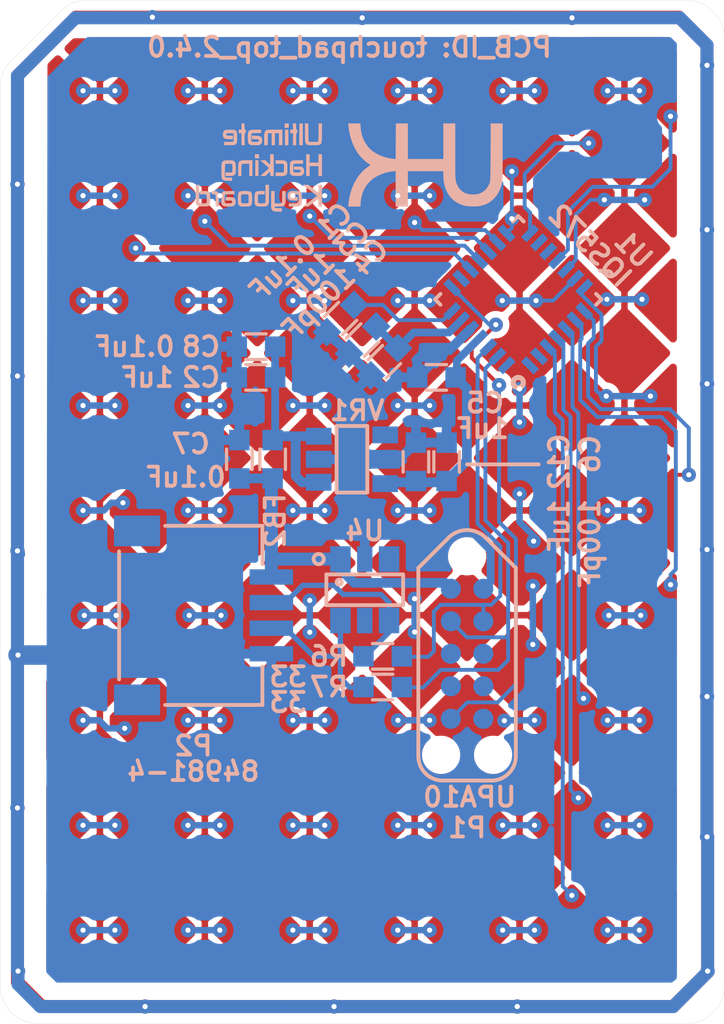
<source format=kicad_pcb>
(kicad_pcb (version 20171130) (host pcbnew "(5.1.6)-1")
  (title_block (title "UHK Touchpad Module - Top Board") (rev 2.3.0) (company "Ultimate Gadget Laboratories Kft."))
  (layers (0 F.Cu mixed) (31 B.Cu mixed) (34 B.Paste user) (35 F.Paste user) (36 B.SilkS user) (37 F.SilkS user) (38 B.Mask user) (39 F.Mask user) (44 Edge.Cuts user))
  (net 0 "")
  (net 1 GND)
  (net 2 /SCL_BOTTOM)
  (net 3 /SDA_BOTTOM)
  (net 4 /VCC_BOTTOM)
  (net 5 /RDY)
  (net 6 /SCL)
  (net 7 +5V)
  (net 8 /NRST)
  (net 9 /SDA)
  (net 10 +3V3)
  (net 11 "Net-(C3-Pad2)")
  (net 12 /RX0)
  (net 13 /RX1)
  (net 14 /RX2)
  (net 15 /RX3)
  (net 16 /RX4)
  (net 17 /RX5)
  (net 18 /TX0)
  (net 19 /TX1)
  (net 20 /TX2)
  (net 21 /TX3)
  (net 22 /TX4)
  (net 23 /TX5)
  (net 24 /TX6)
  (net 25 /TX7)
  (net 26 /TX8)
  (net 27 "Net-(P1-Pad6)")
  (net 28 "Net-(P1-Pad5)")
  (net 29 "Net-(P1-Pad7)")
  (net 30 "Net-(P1-Pad9)")
  (net 31 "Net-(P1-Pad8)")
  (net 32 "Net-(U1-Pad28)")
  (net 33 "Net-(U1-Pad17)")
  (net 34 "Net-(U1-Pad16)")
  (net 35 "Net-(U1-Pad9)")
  (net 36 "Net-(U1-Pad1)")
  (net 37 "Net-(VR1-Pad4)")
  (net 38 "Net-(U1-Pad27)")
  (module UGL:SM0603 (layer B.Cu) (at 201.549 132)
    (fp_text reference C8 (at -2.149 0) (layer B.SilkS) (effects (font (size 0.75 0.75)) (justify mirror)))
    (fp_text value 0.1uF (at -4.749 0) (layer B.SilkS) (effects (font (size 0.75 0.75)) (justify mirror)))
    (pad 2 smd rect (at 0.75 0) (size 0.8 0.8) (layers B.Cu B.Paste B.Mask) (net 7 +5V))
    (pad 1 smd rect (at -0.75 0) (size 0.8 0.8) (layers B.Cu B.Paste B.Mask) (net 1 GND))
  )
  (module UGL:SM0603 (layer B.Cu) (at 201.549 133.2)
    (fp_text reference C2 (at -2.149 0) (layer B.SilkS) (effects (font (size 0.75 0.75)) (justify mirror)))
    (fp_text value 1uF (at -4.249 0) (layer B.SilkS) (effects (font (size 0.75 0.75)) (justify mirror)))
    (pad 2 smd rect (at 0.75 0) (size 0.8 0.8) (layers B.Cu B.Paste B.Mask) (net 7 +5V))
    (pad 1 smd rect (at -0.75 0) (size 0.8 0.8) (layers B.Cu B.Paste B.Mask) (net 1 GND))
  )
  (module UGL:QFN-28_4.3x4.3_Pitch0.5mm (layer B.Cu) (at 211.8 130.15 45)
    (fp_text reference U1 (at 4.560839 1.803122 135) (layer B.SilkS) (effects (font (size 0.75 0.75)) (justify mirror)))
    (fp_text value IQS572 (at 3.464823 0.494975 135) (layer B.SilkS) (effects (font (size 0.75 0.75)) (justify mirror)))
    (pad 28 smd rect (at -1.5 2.15 45) (size 0.3 0.7) (layers B.Cu B.Paste B.Mask) (net 32 "Net-(U1-Pad28)"))
    (pad 27 smd rect (at -1 2.15 45) (size 0.3 0.7) (layers B.Cu B.Paste B.Mask) (net 38 "Net-(U1-Pad27)"))
    (pad 26 smd rect (at -0.5 2.15 45) (size 0.3 0.7) (layers B.Cu B.Paste B.Mask) (net 26 /TX8))
    (pad 25 smd rect (at 0 2.15 45) (size 0.3 0.7) (layers B.Cu B.Paste B.Mask) (net 25 /TX7))
    (pad 24 smd rect (at 0.5 2.15 45) (size 0.3 0.7) (layers B.Cu B.Paste B.Mask) (net 24 /TX6))
    (pad 23 smd rect (at 1 2.15 45) (size 0.3 0.7) (layers B.Cu B.Paste B.Mask) (net 23 /TX5))
    (pad 22 smd rect (at 1.5 2.15 45) (size 0.3 0.7) (layers B.Cu B.Paste B.Mask) (net 22 /TX4))
    (pad 21 smd rect (at 2.15 1.5 315) (size 0.3 0.7) (layers B.Cu B.Paste B.Mask) (net 21 /TX3))
    (pad 20 smd rect (at 2.15 1 315) (size 0.3 0.7) (layers B.Cu B.Paste B.Mask) (net 20 /TX2))
    (pad 19 smd rect (at 2.15 0.5 315) (size 0.3 0.7) (layers B.Cu B.Paste B.Mask) (net 19 /TX1))
    (pad 18 smd rect (at 2.15 0 315) (size 0.3 0.7) (layers B.Cu B.Paste B.Mask) (net 18 /TX0))
    (pad 17 smd rect (at 2.15 -0.5 315) (size 0.3 0.7) (layers B.Cu B.Paste B.Mask) (net 33 "Net-(U1-Pad17)"))
    (pad 16 smd rect (at 2.15 -1 315) (size 0.3 0.7) (layers B.Cu B.Paste B.Mask) (net 34 "Net-(U1-Pad16)"))
    (pad 15 smd rect (at 2.15 -1.5 315) (size 0.3 0.7) (layers B.Cu B.Paste B.Mask) (net 17 /RX5))
    (pad 14 smd rect (at 1.5 -2.15 45) (size 0.3 0.7) (layers B.Cu B.Paste B.Mask) (net 16 /RX4))
    (pad 13 smd rect (at 1 -2.15 45) (size 0.3 0.7) (layers B.Cu B.Paste B.Mask) (net 15 /RX3))
    (pad 12 smd rect (at 0.5 -2.15 45) (size 0.3 0.7) (layers B.Cu B.Paste B.Mask) (net 14 /RX2))
    (pad 11 smd rect (at 0 -2.15 45) (size 0.3 0.7) (layers B.Cu B.Paste B.Mask) (net 13 /RX1))
    (pad 10 smd rect (at -0.5 -2.15 45) (size 0.3 0.7) (layers B.Cu B.Paste B.Mask) (net 12 /RX0))
    (pad 9 smd rect (at -1 -2.15 45) (size 0.3 0.7) (layers B.Cu B.Paste B.Mask) (net 35 "Net-(U1-Pad9)"))
    (pad 8 smd rect (at -1.5 -2.15 45) (size 0.3 0.7) (layers B.Cu B.Paste B.Mask) (net 5 /RDY))
    (pad 7 smd rect (at -2.15 -1.5 315) (size 0.3 0.7) (layers B.Cu B.Paste B.Mask) (net 8 /NRST))
    (pad 6 smd rect (at -2.15 -1 315) (size 0.3 0.7) (layers B.Cu B.Paste B.Mask) (net 11 "Net-(C3-Pad2)"))
    (pad 5 smd rect (at -2.15 -0.5 315) (size 0.3 0.7) (layers B.Cu B.Paste B.Mask) (net 1 GND))
    (pad 4 smd rect (at -2.15 0 315) (size 0.3 0.7) (layers B.Cu B.Paste B.Mask) (net 10 +3V3))
    (pad 3 smd rect (at -2.15 0.5 315) (size 0.3 0.7) (layers B.Cu B.Paste B.Mask) (net 6 /SCL))
    (pad 2 smd rect (at -2.15 1 315) (size 0.3 0.7) (layers B.Cu B.Paste B.Mask) (net 9 /SDA))
    (pad 1 smd rect (at -2.15 1.5 315) (size 0.3 0.7) (layers B.Cu B.Paste B.Mask) (net 36 "Net-(U1-Pad1)"))
  )
  (module UGL:SM0603 (layer B.Cu) (at 200.9 136.4 270)
    (fp_text reference C7 (at -0.6 1.9 180) (layer B.SilkS) (effects (font (size 0.75 0.75)) (justify mirror)))
    (fp_text value 0.1uF (at 0.7 2.1 180) (layer B.SilkS) (effects (font (size 0.75 0.75)) (justify mirror)))
    (pad 1 smd rect (at -0.75 0 270) (size 0.8 0.8) (layers B.Cu B.Paste B.Mask) (net 1 GND))
    (pad 2 smd rect (at 0.75 0 270) (size 0.8 0.8) (layers B.Cu B.Paste B.Mask) (net 4 /VCC_BOTTOM))
  )
  (module UGL:SC-74-TVS (layer B.Cu) (at 205.8 141.5)
    (fp_text reference U4 (at 0 -2.3 180) (layer B.SilkS) (effects (font (size 0.75 0.75)) (justify mirror)))
    (fp_text value ESD hide)
    (pad 3 smd rect (at 0.95 -1.2) (size 0.8 1) (layers B.Cu B.Paste B.Mask))
    (pad 2 smd rect (at 0 -1.2) (size 0.6 1) (layers B.Cu B.Paste B.Mask) (net 1 GND))
    (pad 1 smd rect (at -0.95 -1.2) (size 0.8 1) (layers B.Cu B.Paste B.Mask) (net 4 /VCC_BOTTOM))
    (pad 4 smd rect (at 0.95 1.2) (size 0.8 1) (layers B.Cu B.Paste B.Mask) (net 2 /SCL_BOTTOM))
    (pad 5 smd rect (at -0.95 1.2) (size 0.8 1) (layers B.Cu B.Paste B.Mask) (net 3 /SDA_BOTTOM))
    (pad "" smd rect (at 0 1.2) (size 0.6 1) (layers B.Cu B.Paste B.Mask))
  )
  (module UGL:UHK_Logo_12x3.4_mm_Silkscreen (layer B.Cu) (at 205.2 125 180)
    (fp_text reference G*** hide)
    (fp_text value LOGO hide)
  )
  (module UGL:Tag_Connect_2x5_Header_With_No_Legs_Parallel_Numbering (layer B.Cu) (at 209.8 144 270)
    (fp_text reference P1 (at 6.8 0) (layer B.SilkS) (effects (font (size 0.75 0.75)) (justify mirror)))
    (fp_text value CONN_10 hide)
    (pad "" np_thru_hole circle (at 3.95 -1.016 270) (size 0.98552 0.98552) (drill 0.98552) (layers *.Cu *.Mask))
    (pad "" np_thru_hole circle (at 3.95 1.016 270) (size 0.98552 0.98552) (drill 0.98552) (layers *.Cu *.Mask))
    (pad "" np_thru_hole circle (at -3.81 0 270) (size 0.98806 0.98806) (drill 0.98806) (layers *.Cu *.Mask))
    (pad 6 connect circle (at 0 0.635 270) (size 0.78486 0.78486) (layers B.Cu B.Mask) (net 27 "Net-(P1-Pad6)"))
    (pad 5 connect circle (at 0 -0.635 270) (size 0.78486 0.78486) (layers B.Cu B.Mask) (net 28 "Net-(P1-Pad5)"))
    (pad 4 connect circle (at -1.27 0.635 270) (size 0.78486 0.78486) (layers B.Cu B.Mask) (net 9 /SDA))
    (pad 3 connect circle (at -1.27 -0.635 270) (size 0.78486 0.78486) (layers B.Cu B.Mask) (net 6 /SCL))
    (pad 2 connect circle (at -2.54 0.635 270) (size 0.78486 0.78486) (layers B.Cu B.Mask) (net 4 /VCC_BOTTOM))
    (pad 1 connect circle (at -2.54 -0.635 270) (size 0.78486 0.78486) (layers B.Cu B.Mask) (net 1 GND))
    (pad 7 connect circle (at 1.27 -0.635 270) (size 0.78486 0.78486) (layers B.Cu B.Mask) (net 29 "Net-(P1-Pad7)"))
    (pad 9 connect circle (at 2.54 -0.635 270) (size 0.78486 0.78486) (layers B.Cu B.Mask) (net 30 "Net-(P1-Pad9)"))
    (pad 8 connect circle (at 1.27 0.635 270) (size 0.78486 0.78486) (layers B.Cu B.Mask) (net 31 "Net-(P1-Pad8)"))
    (pad 10 connect circle (at 2.54 0.635 270) (size 0.78486 0.78486) (layers B.Cu B.Mask) (net 5 /RDY))
  )
  (module UGL:SM0603 (layer B.Cu) (at 208.6 133.2)
    (fp_text reference C5 (at 1.9 1) (layer B.SilkS) (effects (font (size 0.75 0.75)) (justify mirror)))
    (fp_text value 1uF (at 1.8 2) (layer B.SilkS) (effects (font (size 0.75 0.75)) (justify mirror)))
    (pad 2 smd rect (at 0.75 0) (size 0.8 0.8) (layers B.Cu B.Paste B.Mask) (net 10 +3V3))
    (pad 1 smd rect (at -0.75 0) (size 0.8 0.8) (layers B.Cu B.Paste B.Mask) (net 1 GND))
  )
  (module UGL:SM0603 (layer B.Cu) (at 207.8 136.5 270)
    (fp_text reference C12 (at 0 -5.6 90) (layer B.SilkS) (effects (font (size 0.75 0.75)) (justify mirror)))
    (fp_text value 1uF (at 2.5 -5.6 270) (layer B.SilkS) (effects (font (size 0.75 0.75)) (justify mirror)))
    (pad 2 smd rect (at 0.75 0 270) (size 0.8 0.8) (layers B.Cu B.Paste B.Mask) (net 10 +3V3))
    (pad 1 smd rect (at -0.75 0 270) (size 0.8 0.8) (layers B.Cu B.Paste B.Mask) (net 1 GND))
  )
  (module UGL:SM0603 (layer B.Cu) (at 202.2 136.4 90)
    (fp_text reference FB2 (at -2.4 0.1 90) (layer B.SilkS) (effects (font (size 0.75 0.75)) (justify mirror)))
    (fp_text value FERRITE_BEAD hide)
    (pad 2 smd rect (at 0.75 0 90) (size 0.8 0.8) (layers B.Cu B.Paste B.Mask) (net 7 +5V))
    (pad 1 smd rect (at -0.75 0 90) (size 0.8 0.8) (layers B.Cu B.Paste B.Mask) (net 4 /VCC_BOTTOM))
  )
  (module UGL:SM0603 (layer B.Cu) (at 206.5 145.3 180)
    (fp_text reference R7 (at 2.1 0) (layer B.SilkS) (effects (font (size 0.75 0.75)) (justify mirror)))
    (fp_text value 33 (at 3.7 -0.6) (layer B.SilkS) (effects (font (size 0.75 0.75)) (justify mirror)))
    (pad 2 smd rect (at 0.75 0 180) (size 0.8 0.8) (layers B.Cu B.Paste B.Mask) (net 3 /SDA_BOTTOM))
    (pad 1 smd rect (at -0.75 0 180) (size 0.8 0.8) (layers B.Cu B.Paste B.Mask) (net 9 /SDA))
  )
  (module UGL:SM0603 (layer B.Cu) (at 206.565594 132.589943 45)
    (fp_text reference C4 (at 2.492091 -3.291962 45) (layer B.SilkS) (effects (font (size 0.75 0.75)) (justify mirror)))
    (fp_text value 100pF (at -0.194915 -3.433383 225) (layer B.SilkS) (effects (font (size 0.75 0.75)) (justify mirror)))
    (pad 1 smd rect (at -0.75 0 45) (size 0.8 0.8) (layers B.Cu B.Paste B.Mask) (net 1 GND))
    (pad 2 smd rect (at 0.75 0 45) (size 0.8 0.8) (layers B.Cu B.Paste B.Mask) (net 11 "Net-(C3-Pad2)"))
  )
  (module UGL:SM0603 (layer B.Cu) (at 205.717066 131.741415 45)
    (fp_text reference C3 (at 2.492091 -3.081911 45) (layer B.SilkS) (effects (font (size 0.75 0.75)) (justify mirror)))
    (fp_text value 1uF (at 0.370771 -3.223333 45) (layer B.SilkS) (effects (font (size 0.75 0.75)) (justify mirror)))
    (pad 2 smd rect (at 0.75 0 45) (size 0.8 0.8) (layers B.Cu B.Paste B.Mask) (net 11 "Net-(C3-Pad2)"))
    (pad 1 smd rect (at -0.75 0 45) (size 0.8 0.8) (layers B.Cu B.Paste B.Mask) (net 1 GND))
  )
  (module UGL:SM0603 (layer B.Cu) (at 204.85 130.9 45)
    (fp_text reference C1 (at 2.510229 -2.863782 225) (layer B.SilkS) (effects (font (size 0.75 0.75)) (justify mirror)))
    (fp_text value 0.1uF (at -0.176777 -3.005204 225) (layer B.SilkS) (effects (font (size 0.75 0.75)) (justify mirror)))
    (pad 1 smd rect (at -0.75 0 45) (size 0.8 0.8) (layers B.Cu B.Paste B.Mask) (net 1 GND))
    (pad 2 smd rect (at 0.75 0 45) (size 0.8 0.8) (layers B.Cu B.Paste B.Mask) (net 8 /NRST))
  )
  (module UGL:SM0603 (layer B.Cu) (at 206.5 144.1 180)
    (fp_text reference R6 (at 2.1 0 180) (layer B.SilkS) (effects (font (size 0.75 0.75)) (justify mirror)))
    (fp_text value 33 (at 3.7 -0.8 180) (layer B.SilkS) (effects (font (size 0.75 0.75)) (justify mirror)))
    (pad 2 smd rect (at 0.75 0 180) (size 0.8 0.8) (layers B.Cu B.Paste B.Mask) (net 2 /SCL_BOTTOM))
    (pad 1 smd rect (at -0.75 0 180) (size 0.8 0.8) (layers B.Cu B.Paste B.Mask) (net 6 /SCL))
  )
  (module UGL:SM0603 (layer B.Cu) (at 209 136.5 270)
    (fp_text reference C6 (at -0.3 -5.6 90) (layer B.SilkS) (effects (font (size 0.75 0.75)) (justify mirror)))
    (fp_text value 100pF (at 3.2 -5.6 90) (layer B.SilkS) (effects (font (size 0.75 0.75)) (justify mirror)))
    (pad 2 smd rect (at 0.75 0 270) (size 0.8 0.8) (layers B.Cu B.Paste B.Mask) (net 10 +3V3))
    (pad 1 smd rect (at -0.75 0 270) (size 0.8 0.8) (layers B.Cu B.Paste B.Mask) (net 1 GND))
  )
  (module UGL:SOT-23-5 (layer B.Cu) (at 205.3 136.4 270)
    (fp_text reference VR1 (at -1.9 -0.2 180) (layer B.SilkS) (effects (font (size 0.75 0.75)) (justify mirror)))
    (fp_text value MIC5504-3.3YM5 hide)
    (pad 1 smd rect (at 0.9 1.3 270) (size 0.66 1) (layers B.Cu B.Paste B.Mask) (net 7 +5V))
    (pad 3 smd rect (at -0.9 1.3 270) (size 0.66 1) (layers B.Cu B.Paste B.Mask) (net 7 +5V))
    (pad 4 smd rect (at -0.9525 -1.3 270) (size 0.66 1) (layers B.Cu B.Paste B.Mask) (net 37 "Net-(VR1-Pad4)"))
    (pad 5 smd rect (at 0.9525 -1.3 270) (size 0.66 1) (layers B.Cu B.Paste B.Mask) (net 10 +3V3))
    (pad 2 smd rect (at 0 1.3 270) (size 0.66 1) (layers B.Cu B.Paste B.Mask) (net 1 GND))
  )
  (module UGL:84981-4 (layer B.Cu) (at 196.2 142.5 90)
    (fp_text reference P2 (at -5.1 2.9) (layer B.SilkS) (effects (font (size 0.75 0.75)) (justify mirror)))
    (fp_text value CONN_5 hide)
    (pad 2 smd rect (at -0.5 5.95 90) (size 0.6 1.7) (layers B.Cu B.Paste B.Mask) (net 3 /SDA_BOTTOM))
    (pad 3 smd rect (at 0.5 5.95 90) (size 0.6 1.7) (layers B.Cu B.Paste B.Mask) (net 2 /SCL_BOTTOM))
    (pad 4 smd rect (at 1.5 5.95 90) (size 0.6 1.7) (layers B.Cu B.Paste B.Mask) (net 4 /VCC_BOTTOM))
    (pad 1 smd rect (at -1.5 5.95 90) (size 0.6 1.7) (layers B.Cu B.Paste B.Mask) (net 1 GND))
    (pad "" smd rect (at -3.3 0.7 90) (size 1.2 1.8) (layers B.Cu B.Paste B.Mask))
    (pad "" smd rect (at 3.3 0.7 90) (size 1.2 1.8) (layers B.Cu B.Paste B.Mask))
  )
  (gr_line (start 209.8 136.6) (end 212.6 136.6) (layer B.SilkS) (width 0.15))
  (gr_text UPA10 (at 209.9 149.6) (layer B.SilkS) (effects (font (size 0.75 0.75)) (justify mirror)))
  (gr_text 84981-4 (at 199.1 148.6) (layer B.SilkS) (effects (font (size 0.738 0.738)) (justify mirror)))
  (gr_text "PCB_ID: touchpad_top_2.4.0" (at 205.2 120.3) (layer B.SilkS) (effects (font (size 0.75 0.75)) (justify mirror)))
  (gr_line (start 218.35 158.459573) (end 193.05 158.459573) (angle 90) (layer Edge.Cuts) (width 0.01))
  (gr_line (start 219.85 119.959573) (end 219.85 156.959573) (angle 90) (layer Edge.Cuts) (width 0.01))
  (gr_arc (start 218.350003 119.959579) (end 219.85 119.959573) (angle -89.99661986) (layer Edge.Cuts) (width 0.01))
  (gr_line (start 194.97132 118.459573) (end 218.35 118.459573) (angle 90) (layer Edge.Cuts) (width 0.01))
  (gr_arc (start 194.971306 119.959559) (end 194.97132 118.459573) (angle -45.02208046) (layer Edge.Cuts) (width 0.01))
  (gr_line (start 191.98934 120.820233) (end 193.91066 118.898913) (angle 90) (layer Edge.Cuts) (width 0.01))
  (gr_arc (start 193.049992 121.880888) (end 191.98934 120.820233) (angle -45.00067993) (layer Edge.Cuts) (width 0.01))
  (gr_line (start 191.55 156.959573) (end 191.55 121.880893) (angle 90) (layer Edge.Cuts) (width 0.01))
  (gr_arc (start 193.049997 156.959567) (end 191.55 156.959573) (angle -89.99661986) (layer Edge.Cuts) (width 0.01))
  (gr_arc (start 218.350003 156.959567) (end 218.35 158.459573) (angle -90.00238491) (layer Edge.Cuts) (width 0.01))
  (segment (start 213.1 147.25) (end 213.1 145.3) (width 0.381) (layer B.Cu) (net 1))
  (segment (start 213.1 145.3) (end 213.1 135.2) (width 0.381) (layer B.Cu) (net 1))
  (segment (start 213.1 135.2) (end 212.6 134.7) (width 0.381) (layer B.Cu) (net 1))
  (segment (start 212.6 134.7) (end 212.6 133.4) (width 0.381) (layer B.Cu) (net 1))
  (segment (start 192.2272 121.412) (end 192.2272 121.9962) (width 0.508) (layer F.Cu) (net 1))
  (segment (start 194.564 119.126) (end 194.5132 119.126) (width 0.508) (layer F.Cu) (net 1))
  (segment (start 194.5132 119.126) (end 192.2272 121.412) (width 0.508) (layer F.Cu) (net 1))
  (via (at 192.25 144.05) (size 0.5588) (drill 0.2032) (layers F.Cu B.Cu) (net 1))
  (segment (start 217.8558 157.7848) (end 211.7598 157.7848) (width 0.508) (layer F.Cu) (net 1))
  (segment (start 219.17906 151.15294) (end 219.17906 151.15294) (width 0.508) (layer F.Cu) (net 1))
  (segment (start 219.1766 146.2024) (end 219.1766 151.14135) (width 0.508) (layer F.Cu) (net 1))
  (segment (start 219.1766 120.2182) (end 219.1766 121.0056) (width 0.508) (layer F.Cu) (net 1))
  (segment (start 218.0844 119.126) (end 219.1766 120.2182) (width 0.508) (layer F.Cu) (net 1))
  (segment (start 194.576816 119.126) (end 195.6054 119.126) (width 0.508) (layer F.Cu) (net 1))
  (segment (start 192.2272 121.412) (end 192.2272 122.0724) (width 0.508) (layer B.Cu) (net 1))
  (segment (start 194.4878 119.1514) (end 192.2272 121.412) (width 0.508) (layer B.Cu) (net 1))
  (segment (start 219.1766 151.1554) (end 219.1766 120.2182) (width 0.508) (layer B.Cu) (net 1))
  (segment (start 219.1766 120.2182) (end 218.1098 119.1514) (width 0.508) (layer B.Cu) (net 1))
  (segment (start 218.1098 119.1514) (end 211.7344 119.1514) (width 0.508) (layer B.Cu) (net 1))
  (segment (start 192.2716 140.1) (end 192.2526 140.081) (width 0.508) (layer B.Cu) (net 1))
  (segment (start 192.2336 140.1) (end 192.2272 140.1064) (width 0.508) (layer F.Cu) (net 1))
  (segment (start 192.2272 121.9708) (end 192.2272 125.6538) (width 0.508) (layer F.Cu) (net 1))
  (via (at 211.7598 157.7848) (size 0.5588) (drill 0.2032) (layers F.Cu B.Cu) (net 1))
  (segment (start 217.8685 157.7721) (end 217.8558 157.7848) (width 0.508) (layer F.Cu) (net 1))
  (via (at 219.2 156.4) (size 0.5588) (drill 0.2032) (layers F.Cu B.Cu) (net 1))
  (via (at 219.17906 151.15294) (size 0.5588) (drill 0.2032) (layers F.Cu B.Cu) (net 1))
  (segment (start 219.1766 145.669) (end 219.1766 146.21153) (width 0.508) (layer F.Cu) (net 1))
  (via (at 219.1766 145.669) (size 0.5588) (drill 0.2032) (layers F.Cu B.Cu) (net 1))
  (segment (start 219.1766 139.9286) (end 219.1766 145.669) (width 0.508) (layer F.Cu) (net 1))
  (via (at 219.1766 139.9286) (size 0.5588) (drill 0.2032) (layers F.Cu B.Cu) (net 1))
  (segment (start 219.1766 133.4516) (end 219.1766 139.9286) (width 0.508) (layer F.Cu) (net 1))
  (via (at 219.1766 133.4516) (size 0.5588) (drill 0.2032) (layers F.Cu B.Cu) (net 1))
  (segment (start 219.1766 127.4318) (end 219.1766 133.4516) (width 0.508) (layer F.Cu) (net 1))
  (via (at 219.1766 127.4318) (size 0.5588) (drill 0.2032) (layers F.Cu B.Cu) (net 1))
  (segment (start 219.1766 121.0056) (end 219.1766 127.4318) (width 0.508) (layer F.Cu) (net 1))
  (via (at 219.1766 121.0056) (size 0.5588) (drill 0.2032) (layers F.Cu B.Cu) (net 1))
  (segment (start 211.7344 119.1514) (end 203.6064 119.1514) (width 0.508) (layer B.Cu) (net 1))
  (via (at 213.9 119.1514) (size 0.5588) (drill 0.2032) (layers F.Cu B.Cu) (net 1))
  (segment (start 203.6064 119.1514) (end 194.4878 119.1514) (width 0.508) (layer B.Cu) (net 1))
  (via (at 205.7 119.1514) (size 0.5588) (drill 0.2032) (layers F.Cu B.Cu) (net 1))
  (segment (start 195.6054 119.126) (end 218.0844 119.126) (width 0.508) (layer F.Cu) (net 1))
  (via (at 197.5 119.126) (size 0.5588) (drill 0.2032) (layers F.Cu B.Cu) (net 1))
  (segment (start 192.2272 125.6538) (end 192.2272 133.1468) (width 0.508) (layer F.Cu) (net 1))
  (via (at 192.2272 125.6538) (size 0.5588) (drill 0.2032) (layers F.Cu B.Cu) (net 1))
  (segment (start 192.2272 133.1468) (end 192.2272 139.9794) (width 0.508) (layer F.Cu) (net 1))
  (via (at 192.2272 133.1468) (size 0.5588) (drill 0.2032) (layers F.Cu B.Cu) (net 1))
  (segment (start 192.2272 139.9794) (end 192.2272 140.1064) (width 0.508) (layer F.Cu) (net 1))
  (via (at 192.2272 139.9794) (size 0.5588) (drill 0.2032) (layers F.Cu B.Cu) (net 1))
  (segment (start 219.202 156.4386) (end 217.8685 157.7721) (width 0.508) (layer F.Cu) (net 1))
  (segment (start 219.202 151.17588) (end 219.202 156.4386) (width 0.508) (layer F.Cu) (net 1))
  (segment (start 219.17906 151.15294) (end 219.202 151.17588) (width 0.508) (layer F.Cu) (net 1))
  (via (at 204.6 157.7848) (size 0.5588) (drill 0.2032) (layers F.Cu B.Cu) (net 1))
  (segment (start 204.6986 157.7848) (end 204.7 157.7834) (width 0.381) (layer B.Cu) (net 1))
  (via (at 192.25 156.4) (size 0.5588) (drill 0.2032) (layers F.Cu B.Cu) (net 1))
  (segment (start 211.7598 157.7848) (end 202.7174 157.7848) (width 0.508) (layer F.Cu) (net 1))
  (segment (start 192.2272 156.3772) (end 192.2272 150.0228) (width 0.508) (layer B.Cu) (net 1))
  (segment (start 192.25 156.4) (end 192.2272 156.3772) (width 0.508) (layer B.Cu) (net 1))
  (segment (start 192.2272 150.0228) (end 192.2272 122.05119) (width 0.508) (layer B.Cu) (net 1))
  (via (at 192.2272 150.0228) (size 0.5588) (drill 0.2032) (layers F.Cu B.Cu) (net 1))
  (segment (start 207.94083 132.863192) (end 207.940831 132.863192) (width 0.3048) (layer B.Cu) (net 1))
  (segment (start 208.042893 133.2) (end 207.85 133.2) (width 0.381) (layer B.Cu) (net 1))
  (segment (start 207.8 135.75) (end 207.15 136.4) (width 0.381) (layer B.Cu) (net 1))
  (segment (start 192.25 144.05) (end 193.85 144.05) (width 0.762) (layer B.Cu) (net 1))
  (segment (start 192.2272 156.8272) (end 192.2272 140.1064) (width 0.508) (layer F.Cu) (net 1))
  (segment (start 202.7174 157.7848) (end 197.2152 157.7848) (width 0.508) (layer F.Cu) (net 1))
  (segment (start 193.1848 157.7848) (end 192.2272 156.8272) (width 0.508) (layer F.Cu) (net 1))
  (segment (start 197.2152 157.7848) (end 193.1848 157.7848) (width 0.508) (layer F.Cu) (net 1))
  (via (at 197.2152 157.7848) (size 0.5588) (drill 0.2032) (layers F.Cu B.Cu) (net 1))
  (segment (start 192.25 156.91) (end 192.25 156.4) (width 0.508) (layer B.Cu) (net 1))
  (segment (start 219.179059 151.152941) (end 219.202 151.175882) (width 0.508) (layer B.Cu) (net 1))
  (segment (start 219.202 156.4386) (end 217.8558 157.7848) (width 0.508) (layer B.Cu) (net 1))
  (segment (start 219.202 151.175882) (end 219.202 156.4386) (width 0.508) (layer B.Cu) (net 1))
  (segment (start 193.1248 157.7848) (end 192.25 156.91) (width 0.508) (layer B.Cu) (net 1))
  (segment (start 217.8558 157.7848) (end 193.1248 157.7848) (width 0.508) (layer B.Cu) (net 1))
  (segment (start 209.926167 131.316726) (end 209.112093 132.1308) (width 0.381) (layer B.Cu) (net 1))
  (segment (start 208.9192 132.1308) (end 207.85 133.2) (width 0.381) (layer B.Cu) (net 1))
  (segment (start 209.112093 132.1308) (end 208.9192 132.1308) (width 0.381) (layer B.Cu) (net 1))
  (segment (start 210.718388 141.176612) (end 210.718388 139.958685) (width 0.3048) (layer B.Cu) (net 1))
  (segment (start 210.053303 139.2936) (end 209.8548 139.2936) (width 0.3048) (layer B.Cu) (net 1))
  (segment (start 210.718388 139.958685) (end 210.053303 139.2936) (width 0.3048) (layer B.Cu) (net 1))
  (segment (start 210.435 141.46) (end 210.718388 141.176612) (width 0.3048) (layer B.Cu) (net 1))
  (segment (start 202.7 142) (end 203.3744 141.3256) (width 0.2032) (layer B.Cu) (net 2))
  (segment (start 202.15 142) (end 202.7 142) (width 0.2032) (layer B.Cu) (net 2))
  (segment (start 204.597 141.3256) (end 204.9526 141.6812) (width 0.2032) (layer B.Cu) (net 2))
  (segment (start 203.3744 141.3256) (end 204.597 141.3256) (width 0.2032) (layer B.Cu) (net 2))
  (segment (start 206.75 141.9968) (end 206.75 142.7) (width 0.2032) (layer B.Cu) (net 2))
  (segment (start 206.4344 141.6812) (end 206.75 141.9968) (width 0.2032) (layer B.Cu) (net 2))
  (segment (start 205.9188 141.6812) (end 206.4344 141.6812) (width 0.2032) (layer B.Cu) (net 2))
  (segment (start 204.9526 141.6812) (end 205.9188 141.6812) (width 0.2032) (layer B.Cu) (net 2))
  (segment (start 206.75 143.1604) (end 205.867 144.0434) (width 0.2032) (layer B.Cu) (net 2))
  (segment (start 206.75 142.7) (end 206.75 143.1604) (width 0.2032) (layer B.Cu) (net 2))
  (segment (start 202.15 143) (end 202.7 143) (width 0.2032) (layer B.Cu) (net 3))
  (segment (start 204.85 142.7) (end 204.85 144.05) (width 0.2032) (layer B.Cu) (net 3))
  (segment (start 204.85 144.05) (end 204.8 144.1) (width 0.2032) (layer B.Cu) (net 3))
  (segment (start 203.8 144.1) (end 204.8 144.1) (width 0.2032) (layer B.Cu) (net 3))
  (segment (start 202.7 143) (end 203.8 144.1) (width 0.2032) (layer B.Cu) (net 3))
  (segment (start 205.2134 145.3134) (end 205.74 145.3134) (width 0.2032) (layer B.Cu) (net 3))
  (segment (start 204.85 142.7) (end 204.85 144.95) (width 0.2032) (layer B.Cu) (net 3))
  (segment (start 204.85 144.95) (end 205.2134 145.3134) (width 0.2032) (layer B.Cu) (net 3))
  (segment (start 200.9 137.15) (end 202.2 137.15) (width 0.381) (layer B.Cu) (net 4))
  (segment (start 202.15 140.3) (end 204.85 140.3) (width 0.508) (layer B.Cu) (net 4))
  (segment (start 202.15 141) (end 202.15 140.3) (width 0.508) (layer B.Cu) (net 4))
  (segment (start 202.15 137.2) (end 202.2 137.15) (width 0.508) (layer B.Cu) (net 4))
  (segment (start 202.15 140.3) (end 202.15 137.2) (width 0.508) (layer B.Cu) (net 4))
  (segment (start 208.932699 141.227699) (end 209.165 141.46) (width 0.381) (layer B.Cu) (net 4))
  (segment (start 205.388099 141.227699) (end 208.932699 141.227699) (width 0.381) (layer B.Cu) (net 4))
  (segment (start 204.85 140.3) (end 204.85 140.6896) (width 0.381) (layer B.Cu) (net 4))
  (segment (start 204.85 140.6896) (end 205.388099 141.227699) (width 0.381) (layer B.Cu) (net 4))
  (via (at 211.0486 133.5024) (size 0.5588) (drill 0.2032) (layers F.Cu B.Cu) (net 5))
  (segment (start 210.668879 131.1402) (end 210.9216 131.1402) (width 0.1524) (layer B.Cu) (net 5))
  (via (at 210.9216 131.1402) (size 0.5588) (drill 0.2032) (layers F.Cu B.Cu) (net 5))
  (segment (start 209.21906 129.690381) (end 210.668879 131.1402) (width 0.1524) (layer B.Cu) (net 5))
  (segment (start 211.0486 133.5024) (end 209.9818 132.4356) (width 0.1524) (layer F.Cu) (net 5))
  (segment (start 209.9818 132.08) (end 210.9216 131.1402) (width 0.1524) (layer F.Cu) (net 5))
  (segment (start 209.9818 132.4356) (end 209.9818 132.08) (width 0.1524) (layer F.Cu) (net 5))
  (segment (start 211.0486 138.8486) (end 211.0486 133.5024) (width 0.1524) (layer B.Cu) (net 5))
  (segment (start 209.165 146.54) (end 209.8074 145.8976) (width 0.1524) (layer B.Cu) (net 5))
  (segment (start 209.8074 145.8976) (end 210.9978 145.8976) (width 0.1524) (layer B.Cu) (net 5))
  (segment (start 210.9978 145.8976) (end 211.70902 145.18638) (width 0.1524) (layer B.Cu) (net 5))
  (segment (start 211.70902 145.18638) (end 211.709019 139.509019) (width 0.1524) (layer B.Cu) (net 5))
  (segment (start 211.709019 139.509019) (end 211.0486 138.8486) (width 0.1524) (layer B.Cu) (net 5))
  (segment (start 210.435 142.1344) (end 210.3882 142.0876) (width 0.1524) (layer B.Cu) (net 6))
  (segment (start 210.435 142.73) (end 210.435 142.1344) (width 0.1524) (layer B.Cu) (net 6))
  (segment (start 210.210389 138.911856) (end 210.210389 132.446718) (width 0.1524) (layer B.Cu) (net 6))
  (segment (start 211.099399 139.800865) (end 210.210389 138.911856) (width 0.1524) (layer B.Cu) (net 6))
  (segment (start 210.210389 132.446718) (end 210.633274 132.023833) (width 0.1524) (layer B.Cu) (net 6))
  (segment (start 211.099399 141.732001) (end 211.099399 139.800865) (width 0.1524) (layer B.Cu) (net 6))
  (segment (start 210.3882 142.0876) (end 210.7438 142.0876) (width 0.1524) (layer B.Cu) (net 6))
  (segment (start 210.7438 142.0876) (end 211.099399 141.732001) (width 0.1524) (layer B.Cu) (net 6))
  (segment (start 208.5 142.3502) (end 208.7626 142.0876) (width 0.1524) (layer B.Cu) (net 6))
  (segment (start 208.7626 142.0876) (end 210.3882 142.0876) (width 0.1524) (layer B.Cu) (net 6))
  (segment (start 207.2894 144.1196) (end 208.2804 144.1196) (width 0.1524) (layer B.Cu) (net 6))
  (segment (start 208.5 143.9) (end 208.5 142.3502) (width 0.1524) (layer B.Cu) (net 6))
  (segment (start 208.2804 144.1196) (end 208.5 143.9) (width 0.1524) (layer B.Cu) (net 6))
  (segment (start 202.35 135.5) (end 202.2 135.65) (width 0.381) (layer B.Cu) (net 7))
  (segment (start 203.1 135.5) (end 203.1 137.05) (width 0.381) (layer B.Cu) (net 7))
  (segment (start 203.1 135.5) (end 202.35 135.5) (width 0.381) (layer B.Cu) (net 7))
  (segment (start 204 135.5) (end 203.1 135.5) (width 0.381) (layer B.Cu) (net 7))
  (segment (start 203.35 137.3) (end 204 137.3) (width 0.381) (layer B.Cu) (net 7))
  (segment (start 203.1 137.05) (end 203.35 137.3) (width 0.381) (layer B.Cu) (net 7))
  (segment (start 202.299 135.551) (end 202.2 135.65) (width 0.3048) (layer B.Cu) (net 7))
  (segment (start 202.299 132) (end 202.299 135.551) (width 0.3048) (layer B.Cu) (net 7))
  (segment (start 206.507828 130.36967) (end 207.100558 130.9624) (width 0.1524) (layer B.Cu) (net 8))
  (segment (start 205.38033 130.36967) (end 206.507828 130.36967) (width 0.1524) (layer B.Cu) (net 8))
  (segment (start 208.866279 130.9624) (end 209.21906 130.609619) (width 0.1524) (layer B.Cu) (net 8))
  (segment (start 207.100558 130.9624) (end 208.866279 130.9624) (width 0.1524) (layer B.Cu) (net 8))
  (segment (start 209.165 142.73) (end 209.0854 142.73) (width 0.1524) (layer B.Cu) (net 9))
  (segment (start 209.7926 143.3576) (end 211.4042 143.3576) (width 0.1524) (layer B.Cu) (net 9))
  (segment (start 209.165 142.73) (end 209.7926 143.3576) (width 0.1524) (layer B.Cu) (net 9))
  (segment (start 208.7748 144.6276) (end 208.089 145.3134) (width 0.1524) (layer B.Cu) (net 9))
  (segment (start 208.089 145.3134) (end 207.2894 145.3134) (width 0.1524) (layer B.Cu) (net 9))
  (segment (start 210.5152 132.849013) (end 210.5152 138.7856) (width 0.1524) (layer B.Cu) (net 9))
  (segment (start 210.986827 132.377386) (end 210.5152 132.849013) (width 0.1524) (layer B.Cu) (net 9))
  (segment (start 211.0232 144.6276) (end 208.7748 144.6276) (width 0.1524) (layer B.Cu) (net 9))
  (segment (start 210.5152 138.7856) (end 211.40421 139.67461) (width 0.1524) (layer B.Cu) (net 9))
  (segment (start 211.40421 144.24659) (end 211.0232 144.6276) (width 0.1524) (layer B.Cu) (net 9))
  (segment (start 211.40421 139.67461) (end 211.40421 144.24659) (width 0.1524) (layer B.Cu) (net 9))
  (segment (start 206.6525 137.3) (end 206.6 137.3525) (width 0.381) (layer B.Cu) (net 10))
  (segment (start 208.55 137.3) (end 206.6525 137.3) (width 0.381) (layer B.Cu) (net 10))
  (segment (start 209.4 132.55) (end 209.4 133.2) (width 0.3048) (layer B.Cu) (net 10))
  (segment (start 210.27972 131.67028) (end 209.4 132.55) (width 0.3048) (layer B.Cu) (net 10))
  (segment (start 208.85 137.3) (end 208.6 137.3) (width 0.381) (layer B.Cu) (net 10))
  (segment (start 209.35 133.2) (end 209.791278 133.641278) (width 0.381) (layer B.Cu) (net 10))
  (segment (start 209.791278 136.458722) (end 209 137.25) (width 0.381) (layer B.Cu) (net 10))
  (segment (start 209.791278 133.641278) (end 209.791278 136.458722) (width 0.381) (layer B.Cu) (net 10))
  (segment (start 209.572614 130.963173) (end 209.090787 131.445) (width 0.3048) (layer B.Cu) (net 11))
  (segment (start 207.710537 131.445) (end 207.095924 132.059613) (width 0.3048) (layer B.Cu) (net 11))
  (segment (start 209.090787 131.445) (end 207.710537 131.445) (width 0.3048) (layer B.Cu) (net 11))
  (segment (start 207.095924 132.059613) (end 206.247396 131.211085) (width 0.3048) (layer B.Cu) (net 11))
  (segment (start 195.45 154.5) (end 195.45 155.15) (width 0.254) (layer F.Cu) (net 12))
  (segment (start 195.45 150.4) (end 195.45 151.05) (width 0.254) (layer F.Cu) (net 12))
  (segment (start 195.45 146.3) (end 195.45 146.95) (width 0.254) (layer F.Cu) (net 12))
  (segment (start 195.45 142.2) (end 195.45 142.85) (width 0.254) (layer F.Cu) (net 12))
  (segment (start 195.45 138.1) (end 195.45 138.75) (width 0.254) (layer F.Cu) (net 12))
  (segment (start 195.45 134) (end 195.45 134.65) (width 0.254) (layer F.Cu) (net 12))
  (segment (start 195.45 129.9) (end 195.45 130.55) (width 0.254) (layer F.Cu) (net 12))
  (segment (start 195.45 125.8) (end 195.45 126.45) (width 0.254) (layer F.Cu) (net 12))
  (segment (start 195.45 121.7) (end 195.45 122.35) (width 0.254) (layer F.Cu) (net 12))
  (segment (start 206.678554 128.35962) (end 205.10957 128.35962) (width 0.1524) (layer B.Cu) (net 12))
  (segment (start 209.302513 128.35962) (end 206.678554 128.35962) (width 0.1524) (layer B.Cu) (net 12))
  (segment (start 209.926167 128.983274) (end 209.302513 128.35962) (width 0.1524) (layer B.Cu) (net 12))
  (segment (start 205.152512 128.359619) (end 197.059619 128.359619) (width 0.1524) (layer B.Cu) (net 12))
  (segment (start 196.85 128.219238) (end 196.85 128.15) (width 0.1524) (layer B.Cu) (net 12))
  (via (at 196.85 128.15) (size 0.5588) (drill 0.2032) (layers F.Cu B.Cu) (net 12))
  (segment (start 197.059619 128.359619) (end 196.85 128.15) (width 0.1524) (layer B.Cu) (net 12))
  (segment (start 199.55 154.5) (end 199.55 155.15) (width 0.254) (layer F.Cu) (net 13))
  (segment (start 199.55 150.4) (end 199.55 151.05) (width 0.254) (layer F.Cu) (net 13))
  (segment (start 199.55 146.3) (end 199.55 146.95) (width 0.254) (layer F.Cu) (net 13))
  (segment (start 199.55 142.2) (end 199.55 142.85) (width 0.254) (layer F.Cu) (net 13))
  (segment (start 199.55 138.1) (end 199.55 138.75) (width 0.254) (layer F.Cu) (net 13))
  (segment (start 199.55 134) (end 199.55 134.65) (width 0.254) (layer F.Cu) (net 13))
  (segment (start 199.55 129.9) (end 199.55 130.55) (width 0.254) (layer F.Cu) (net 13))
  (segment (start 199.55 125.8) (end 199.55 126.45) (width 0.254) (layer F.Cu) (net 13))
  (segment (start 199.55 121.7) (end 199.55 122.35) (width 0.254) (layer F.Cu) (net 13))
  (via (at 199.55 127.1) (size 0.5588) (drill 0.2032) (layers F.Cu B.Cu) (net 13))
  (segment (start 200.50481 128.05481) (end 199.55 127.1) (width 0.1524) (layer B.Cu) (net 13))
  (segment (start 206.80481 128.05481) (end 200.50481 128.05481) (width 0.1524) (layer B.Cu) (net 13))
  (segment (start 209.70481 128.05481) (end 206.80481 128.05481) (width 0.1524) (layer B.Cu) (net 13))
  (segment (start 210.27972 128.62972) (end 209.70481 128.05481) (width 0.1524) (layer B.Cu) (net 13))
  (segment (start 203.6504 143.1596) (end 203.6504 141.915) (width 0.254) (layer B.Cu) (net 14))
  (via (at 203.6504 143.1596) (size 0.5588) (drill 0.2032) (layers F.Cu B.Cu) (net 14))
  (via (at 203.6504 141.915) (size 0.5588) (drill 0.2032) (layers F.Cu B.Cu) (net 14))
  (segment (start 203.65 154.5) (end 203.65 155.15) (width 0.254) (layer F.Cu) (net 14))
  (segment (start 203.65 150.4) (end 203.65 151.05) (width 0.254) (layer F.Cu) (net 14))
  (segment (start 203.65 146.3) (end 203.65 146.95) (width 0.254) (layer F.Cu) (net 14))
  (segment (start 203.65 138.1) (end 203.65 138.75) (width 0.254) (layer F.Cu) (net 14))
  (segment (start 203.65 129.9) (end 203.65 130.55) (width 0.254) (layer F.Cu) (net 14))
  (segment (start 203.65 134) (end 203.65 134.65) (width 0.254) (layer F.Cu) (net 14))
  (segment (start 203.65 121.7) (end 203.65 122.35) (width 0.254) (layer F.Cu) (net 14))
  (segment (start 203.65 125.8) (end 203.65 126.45) (width 0.254) (layer F.Cu) (net 14))
  (via (at 203.65 126.9) (size 0.5588) (drill 0.2032) (layers F.Cu B.Cu) (net 14))
  (segment (start 204.5 127.75) (end 206.95 127.75) (width 0.1524) (layer B.Cu) (net 14))
  (segment (start 203.65 126.9) (end 204.5 127.75) (width 0.1524) (layer B.Cu) (net 14))
  (segment (start 210.107107 127.75) (end 210.633274 128.276167) (width 0.1524) (layer B.Cu) (net 14))
  (segment (start 206.95 127.75) (end 210.107107 127.75) (width 0.1524) (layer B.Cu) (net 14))
  (segment (start 207.75 154.5) (end 207.75 155.15) (width 0.254) (layer F.Cu) (net 15))
  (segment (start 207.75 150.4) (end 207.75 151.05) (width 0.254) (layer F.Cu) (net 15))
  (segment (start 207.75 146.3) (end 207.75 146.95) (width 0.254) (layer F.Cu) (net 15))
  (segment (start 207.75 138.1) (end 207.75 138.75) (width 0.254) (layer F.Cu) (net 15))
  (segment (start 207.75 129.9) (end 207.75 130.55) (width 0.254) (layer F.Cu) (net 15))
  (segment (start 207.75 134) (end 207.75 134.65) (width 0.254) (layer F.Cu) (net 15))
  (segment (start 207.75 121.7) (end 207.75 122.35) (width 0.254) (layer F.Cu) (net 15))
  (segment (start 207.75 125.8) (end 207.75 126.45) (width 0.254) (layer F.Cu) (net 15))
  (segment (start 210.986827 127.922614) (end 210.509403 127.44519) (width 0.1524) (layer B.Cu) (net 15))
  (segment (start 210.509403 127.44519) (end 208.04519 127.44519) (width 0.1524) (layer B.Cu) (net 15))
  (via (at 207.75 127.15) (size 0.5588) (drill 0.2032) (layers F.Cu B.Cu) (net 15))
  (segment (start 208.04519 127.44519) (end 207.75 127.15) (width 0.1524) (layer B.Cu) (net 15))
  (via (at 207.75 141.85) (size 0.5588) (drill 0.2032) (layers F.Cu B.Cu) (net 15))
  (via (at 207.75 143.15) (size 0.5588) (drill 0.2032) (layers F.Cu B.Cu) (net 15))
  (segment (start 207.75 141.85) (end 207.75 143.15) (width 0.254) (layer B.Cu) (net 15))
  (via (at 211.85 137.75) (size 0.5588) (drill 0.2032) (layers F.Cu B.Cu) (net 16))
  (via (at 212.4 139.6) (size 0.5588) (drill 0.2032) (layers F.Cu B.Cu) (net 16))
  (via (at 211.85 134.95) (size 0.5588) (drill 0.2032) (layers F.Cu B.Cu) (net 16))
  (segment (start 211.85 154.45) (end 211.85 155.1) (width 0.254) (layer F.Cu) (net 16))
  (segment (start 211.85 150.35) (end 211.85 151) (width 0.254) (layer F.Cu) (net 16))
  (segment (start 211.85 129.9) (end 211.85 130.55) (width 0.254) (layer F.Cu) (net 16))
  (segment (start 211.85 121.65) (end 211.85 122.3) (width 0.254) (layer F.Cu) (net 16))
  (via (at 211.55 127) (size 0.5588) (drill 0.2032) (layers F.Cu B.Cu) (net 16))
  (segment (start 211.340381 127.56906) (end 211.55 127.359441) (width 0.1524) (layer B.Cu) (net 16))
  (segment (start 211.55 127.359441) (end 211.55 127) (width 0.1524) (layer B.Cu) (net 16))
  (segment (start 211.55 127) (end 211.55 125.15) (width 0.1524) (layer B.Cu) (net 16))
  (via (at 211.55 125.15) (size 0.5588) (drill 0.2032) (layers F.Cu B.Cu) (net 16))
  (via (at 212.3694 143.637) (size 0.5588) (drill 0.2032) (layers F.Cu B.Cu) (net 16))
  (segment (start 212.3694 143.637) (end 212.3694 141.351) (width 0.254) (layer B.Cu) (net 16))
  (via (at 212.3694 141.351) (size 0.5588) (drill 0.2032) (layers F.Cu B.Cu) (net 16))
  (via (at 211.85 133.65) (size 0.5588) (drill 0.2032) (layers F.Cu B.Cu) (net 16))
  (segment (start 211.85 133.65) (end 211.85 134.95) (width 0.254) (layer B.Cu) (net 16))
  (segment (start 212.4 139.6) (end 212.4 139.4) (width 0.254) (layer B.Cu) (net 16))
  (segment (start 211.85 138.85) (end 211.85 137.75) (width 0.254) (layer B.Cu) (net 16))
  (segment (start 212.4 139.4) (end 211.85 138.85) (width 0.254) (layer B.Cu) (net 16))
  (segment (start 211.858801 146.891199) (end 211.85 146.9) (width 0.254) (layer F.Cu) (net 16))
  (segment (start 211.85 146.25) (end 211.858801 146.258801) (width 0.254) (layer F.Cu) (net 16))
  (segment (start 211.858801 146.258801) (end 211.858801 146.891199) (width 0.254) (layer F.Cu) (net 16))
  (segment (start 215.95 154.45) (end 215.95 155.1) (width 0.254) (layer F.Cu) (net 17))
  (segment (start 215.95 150.35) (end 215.95 151) (width 0.254) (layer F.Cu) (net 17))
  (segment (start 215.95 146.25) (end 215.95 146.9) (width 0.254) (layer F.Cu) (net 17))
  (segment (start 215.95 142.15) (end 215.95 142.8) (width 0.254) (layer F.Cu) (net 17))
  (segment (start 215.95 138.05) (end 215.95 138.7) (width 0.254) (layer F.Cu) (net 17))
  (segment (start 215.95 129.9) (end 215.95 130.55) (width 0.254) (layer F.Cu) (net 17))
  (segment (start 215.95 134) (end 215.95 134.65) (width 0.254) (layer F.Cu) (net 17))
  (segment (start 215.95 121.65) (end 215.95 122.3) (width 0.254) (layer F.Cu) (net 17))
  (segment (start 215.95 125.8) (end 215.95 126.45) (width 0.254) (layer F.Cu) (net 17))
  (via (at 214.55 124.05) (size 0.5588) (drill 0.2032) (layers F.Cu B.Cu) (net 17))
  (segment (start 212.05 125.25) (end 213.25 124.05) (width 0.1524) (layer B.Cu) (net 17))
  (segment (start 212.05 126.55) (end 212.05 125.25) (width 0.1524) (layer B.Cu) (net 17))
  (segment (start 212.259619 127.56906) (end 212.259619 126.759619) (width 0.1524) (layer B.Cu) (net 17))
  (segment (start 213.25 124.05) (end 214.55 124.05) (width 0.1524) (layer B.Cu) (net 17))
  (segment (start 212.259619 126.759619) (end 212.05 126.55) (width 0.1524) (layer B.Cu) (net 17))
  (via (at 207.0904 122.0004) (size 0.5588) (drill 0.2032) (layers F.Cu B.Cu) (net 18))
  (via (at 208.335 122.0004) (size 0.5588) (drill 0.2032) (layers F.Cu B.Cu) (net 18))
  (segment (start 207.0904 122.0004) (end 208.335 122.0004) (width 0.254) (layer B.Cu) (net 18))
  (via (at 202.9904 122.0004) (size 0.5588) (drill 0.2032) (layers F.Cu B.Cu) (net 18))
  (via (at 204.235 122.0004) (size 0.5588) (drill 0.2032) (layers F.Cu B.Cu) (net 18))
  (segment (start 202.9904 122.0004) (end 204.235 122.0004) (width 0.254) (layer B.Cu) (net 18))
  (via (at 198.8904 122.0004) (size 0.5588) (drill 0.2032) (layers F.Cu B.Cu) (net 18))
  (via (at 200.135 122.0004) (size 0.5588) (drill 0.2032) (layers F.Cu B.Cu) (net 18))
  (segment (start 198.8904 122.0004) (end 200.135 122.0004) (width 0.254) (layer B.Cu) (net 18))
  (via (at 194.7904 122.0004) (size 0.5588) (drill 0.2032) (layers F.Cu B.Cu) (net 18))
  (via (at 196.035 122.0004) (size 0.5588) (drill 0.2032) (layers F.Cu B.Cu) (net 18))
  (segment (start 194.7904 122.0004) (end 196.035 122.0004) (width 0.254) (layer B.Cu) (net 18))
  (segment (start 211.1904 122.0004) (end 212.435 122.0004) (width 0.254) (layer B.Cu) (net 18))
  (via (at 212.435 122.0004) (size 0.5588) (drill 0.2032) (layers F.Cu B.Cu) (net 18))
  (via (at 211.1904 122.0004) (size 0.5588) (drill 0.2032) (layers F.Cu B.Cu) (net 18))
  (segment (start 215.2904 122.0004) (end 216.535 122.0004) (width 0.254) (layer B.Cu) (net 18))
  (via (at 216.535 122.0004) (size 0.5588) (drill 0.2032) (layers F.Cu B.Cu) (net 18))
  (via (at 215.2904 122.0004) (size 0.5588) (drill 0.2032) (layers F.Cu B.Cu) (net 18))
  (segment (start 213.32028 128.62972) (end 213.740989 128.209011) (width 0.1524) (layer B.Cu) (net 18))
  (segment (start 214.706933 125.7554) (end 217.043 125.7554) (width 0.1524) (layer B.Cu) (net 18))
  (segment (start 213.740989 128.209011) (end 213.740989 126.721344) (width 0.1524) (layer B.Cu) (net 18))
  (segment (start 213.740989 126.721344) (end 214.706933 125.7554) (width 0.1524) (layer B.Cu) (net 18))
  (via (at 217.75 123) (size 0.5588) (drill 0.2032) (layers F.Cu B.Cu) (net 18))
  (segment (start 217.75 123.395131) (end 217.75 123) (width 0.1524) (layer B.Cu) (net 18))
  (segment (start 217.75 125.0484) (end 217.75 123.395131) (width 0.1524) (layer B.Cu) (net 18))
  (segment (start 217.043 125.7554) (end 217.75 125.0484) (width 0.1524) (layer B.Cu) (net 18))
  (segment (start 211.4 126.1) (end 212.3 126.1) (width 0.254) (layer F.Cu) (net 19))
  (via (at 194.7904 126.1004) (size 0.5588) (drill 0.2032) (layers F.Cu B.Cu) (net 19))
  (via (at 196.035 126.1004) (size 0.5588) (drill 0.2032) (layers F.Cu B.Cu) (net 19))
  (segment (start 194.7904 126.1004) (end 196.035 126.1004) (width 0.254) (layer B.Cu) (net 19))
  (via (at 198.8904 126.1004) (size 0.5588) (drill 0.2032) (layers F.Cu B.Cu) (net 19))
  (via (at 200.135 126.1004) (size 0.5588) (drill 0.2032) (layers F.Cu B.Cu) (net 19))
  (segment (start 198.8904 126.1004) (end 200.135 126.1004) (width 0.254) (layer B.Cu) (net 19))
  (via (at 202.9904 126.1004) (size 0.5588) (drill 0.2032) (layers F.Cu B.Cu) (net 19))
  (via (at 204.235 126.1004) (size 0.5588) (drill 0.2032) (layers F.Cu B.Cu) (net 19))
  (segment (start 202.9904 126.1004) (end 204.235 126.1004) (width 0.254) (layer B.Cu) (net 19))
  (via (at 207.0904 126.1004) (size 0.5588) (drill 0.2032) (layers F.Cu B.Cu) (net 19))
  (via (at 208.335 126.1004) (size 0.5588) (drill 0.2032) (layers F.Cu B.Cu) (net 19))
  (segment (start 207.0904 126.1004) (end 208.335 126.1004) (width 0.254) (layer B.Cu) (net 19))
  (segment (start 213.673833 128.983274) (end 213.92132 128.735787) (width 0.1524) (layer B.Cu) (net 19))
  (via (at 215.1634 126.2634) (size 0.5588) (drill 0.2032) (layers F.Cu B.Cu) (net 19))
  (via (at 216.7382 126.2634) (size 0.5588) (drill 0.2032) (layers F.Cu B.Cu) (net 19))
  (segment (start 215.1634 126.2634) (end 216.7382 126.2634) (width 0.254) (layer B.Cu) (net 19))
  (segment (start 214.0458 128.611307) (end 214.0458 126.8476) (width 0.1524) (layer B.Cu) (net 19))
  (segment (start 214.63 126.2634) (end 215.1634 126.2634) (width 0.1524) (layer B.Cu) (net 19))
  (segment (start 213.673833 128.983274) (end 214.0458 128.611307) (width 0.1524) (layer B.Cu) (net 19))
  (segment (start 214.0458 126.8476) (end 214.63 126.2634) (width 0.1524) (layer B.Cu) (net 19))
  (segment (start 202.9904 130.2004) (end 204.235 130.2004) (width 0.254) (layer B.Cu) (net 20))
  (via (at 204.235 130.2004) (size 0.5588) (drill 0.2032) (layers F.Cu B.Cu) (net 20))
  (via (at 202.9904 130.2004) (size 0.5588) (drill 0.2032) (layers F.Cu B.Cu) (net 20))
  (segment (start 198.8904 130.2004) (end 200.135 130.2004) (width 0.254) (layer B.Cu) (net 20))
  (via (at 200.135 130.2004) (size 0.5588) (drill 0.2032) (layers F.Cu B.Cu) (net 20))
  (via (at 198.8904 130.2004) (size 0.5588) (drill 0.2032) (layers F.Cu B.Cu) (net 20))
  (segment (start 194.7904 130.2004) (end 196.035 130.2004) (width 0.254) (layer B.Cu) (net 20))
  (via (at 196.035 130.2004) (size 0.5588) (drill 0.2032) (layers F.Cu B.Cu) (net 20))
  (via (at 194.7904 130.2004) (size 0.5588) (drill 0.2032) (layers F.Cu B.Cu) (net 20))
  (segment (start 207.0904 130.2004) (end 208.335 130.2004) (width 0.254) (layer B.Cu) (net 20))
  (via (at 207.0904 130.2004) (size 0.5588) (drill 0.2032) (layers F.Cu B.Cu) (net 20))
  (via (at 208.335 130.2004) (size 0.5588) (drill 0.2032) (layers F.Cu B.Cu) (net 20))
  (via (at 211.175601 130.200399) (size 0.5588) (drill 0.2032) (layers F.Cu B.Cu) (net 20))
  (via (at 212.496401 130.200399) (size 0.5588) (drill 0.2032) (layers F.Cu B.Cu) (net 20))
  (segment (start 213.163814 130.200399) (end 212.496401 130.200399) (width 0.1524) (layer B.Cu) (net 20))
  (segment (start 214.027386 129.336827) (end 213.163814 130.200399) (width 0.1524) (layer B.Cu) (net 20))
  (segment (start 211.175601 130.200399) (end 212.496401 130.200399) (width 0.254) (layer B.Cu) (net 20))
  (via (at 215.265 130.1496) (size 0.5588) (drill 0.2032) (layers F.Cu B.Cu) (net 20))
  (via (at 216.6366 130.149602) (size 0.5588) (drill 0.2032) (layers F.Cu B.Cu) (net 20))
  (segment (start 216.636598 130.1496) (end 216.6366 130.149602) (width 0.254) (layer B.Cu) (net 20))
  (segment (start 215.265 130.1496) (end 216.636598 130.1496) (width 0.254) (layer B.Cu) (net 20))
  (segment (start 211.45 134.3) (end 212.25 134.3) (width 0.254) (layer F.Cu) (net 21))
  (via (at 208.335 134.3004) (size 0.5588) (drill 0.2032) (layers F.Cu B.Cu) (net 21))
  (via (at 207.0904 134.3004) (size 0.5588) (drill 0.2032) (layers F.Cu B.Cu) (net 21))
  (segment (start 207.0904 134.3004) (end 208.335 134.3004) (width 0.254) (layer B.Cu) (net 21))
  (segment (start 194.7904 134.3004) (end 196.035 134.3004) (width 0.254) (layer B.Cu) (net 21))
  (via (at 196.035 134.3004) (size 0.5588) (drill 0.2032) (layers F.Cu B.Cu) (net 21))
  (via (at 194.7904 134.3004) (size 0.5588) (drill 0.2032) (layers F.Cu B.Cu) (net 21))
  (segment (start 198.8904 134.3004) (end 200.135 134.3004) (width 0.254) (layer B.Cu) (net 21))
  (via (at 200.135 134.3004) (size 0.5588) (drill 0.2032) (layers F.Cu B.Cu) (net 21))
  (via (at 198.8904 134.3004) (size 0.5588) (drill 0.2032) (layers F.Cu B.Cu) (net 21))
  (segment (start 202.9904 134.3004) (end 204.235 134.3004) (width 0.254) (layer B.Cu) (net 21))
  (via (at 204.235 134.3004) (size 0.5588) (drill 0.2032) (layers F.Cu B.Cu) (net 21))
  (via (at 202.9904 134.3004) (size 0.5588) (drill 0.2032) (layers F.Cu B.Cu) (net 21))
  (via (at 215.2396 133.9342) (size 0.5588) (drill 0.2032) (layers F.Cu B.Cu) (net 21))
  (via (at 216.9668 133.9342) (size 0.5588) (drill 0.2032) (layers F.Cu B.Cu) (net 21))
  (segment (start 214.833221 131.997845) (end 214.833221 133.699119) (width 0.1524) (layer B.Cu) (net 21))
  (segment (start 214.2744 129.796921) (end 214.2744 129.967641) (width 0.1524) (layer B.Cu) (net 21))
  (segment (start 214.38094 129.690381) (end 214.2744 129.796921) (width 0.1524) (layer B.Cu) (net 21))
  (segment (start 214.2744 129.967641) (end 215.05481 130.748051) (width 0.1524) (layer B.Cu) (net 21))
  (segment (start 215.05481 130.748051) (end 215.054809 131.776257) (width 0.1524) (layer B.Cu) (net 21))
  (segment (start 215.054809 131.776257) (end 214.833221 131.997845) (width 0.1524) (layer B.Cu) (net 21))
  (segment (start 215.2396 133.9342) (end 216.9668 133.9342) (width 0.254) (layer B.Cu) (net 21))
  (segment (start 215.068302 133.9342) (end 215.2396 133.9342) (width 0.1524) (layer B.Cu) (net 21))
  (segment (start 214.833221 133.699119) (end 215.068302 133.9342) (width 0.1524) (layer B.Cu) (net 21))
  (segment (start 211.4 138.4) (end 212.25 138.4) (width 0.254) (layer F.Cu) (net 22))
  (segment (start 215.2904 138.4004) (end 216.535 138.4004) (width 0.254) (layer B.Cu) (net 22))
  (via (at 215.2904 138.4004) (size 0.5588) (drill 0.2032) (layers F.Cu B.Cu) (net 22))
  (via (at 216.535 138.4004) (size 0.5588) (drill 0.2032) (layers F.Cu B.Cu) (net 22))
  (segment (start 198.8904 138.4004) (end 200.135 138.4004) (width 0.254) (layer B.Cu) (net 22))
  (segment (start 202.9904 138.4004) (end 204.235 138.4004) (width 0.254) (layer B.Cu) (net 22))
  (segment (start 207.0904 138.4004) (end 208.335 138.4004) (width 0.254) (layer B.Cu) (net 22))
  (via (at 200.135 138.4004) (size 0.5588) (drill 0.2032) (layers F.Cu B.Cu) (net 22))
  (via (at 207.0904 138.4004) (size 0.5588) (drill 0.2032) (layers F.Cu B.Cu) (net 22))
  (via (at 198.8904 138.4004) (size 0.5588) (drill 0.2032) (layers F.Cu B.Cu) (net 22))
  (via (at 208.335 138.4004) (size 0.5588) (drill 0.2032) (layers F.Cu B.Cu) (net 22))
  (via (at 202.9904 138.4004) (size 0.5588) (drill 0.2032) (layers F.Cu B.Cu) (net 22))
  (via (at 196.35 138.1) (size 0.5588) (drill 0.2032) (layers F.Cu B.Cu) (net 22))
  (via (at 194.7904 138.4004) (size 0.5588) (drill 0.2032) (layers F.Cu B.Cu) (net 22))
  (via (at 204.235 138.4004) (size 0.5588) (drill 0.2032) (layers F.Cu B.Cu) (net 22))
  (segment (start 218.4654 137.0076) (end 217.8812 137.0076) (width 0.1524) (layer F.Cu) (net 22))
  (via (at 218.4654 137.0076) (size 0.5588) (drill 0.2032) (layers F.Cu B.Cu) (net 22))
  (segment (start 194.7904 138.4004) (end 195.5996 138.4004) (width 0.254) (layer B.Cu) (net 22))
  (segment (start 195.9 138.1) (end 196.35 138.1) (width 0.254) (layer B.Cu) (net 22))
  (segment (start 195.5996 138.4004) (end 195.9 138.1) (width 0.254) (layer B.Cu) (net 22))
  (segment (start 217.7288 134.4422) (end 218.4654 135.1788) (width 0.1524) (layer B.Cu) (net 22))
  (segment (start 214.75 130.978679) (end 214.75 131.65) (width 0.1524) (layer B.Cu) (net 22))
  (segment (start 215.023333 134.4422) (end 217.7288 134.4422) (width 0.1524) (layer B.Cu) (net 22))
  (segment (start 214.38094 130.609619) (end 214.75 130.978679) (width 0.1524) (layer B.Cu) (net 22))
  (segment (start 214.528411 133.947278) (end 215.023333 134.4422) (width 0.1524) (layer B.Cu) (net 22))
  (segment (start 214.75 131.65) (end 214.528411 131.871589) (width 0.1524) (layer B.Cu) (net 22))
  (segment (start 218.4654 135.1788) (end 218.4654 137.0076) (width 0.1524) (layer B.Cu) (net 22))
  (segment (start 214.528411 131.871589) (end 214.528411 133.947278) (width 0.1524) (layer B.Cu) (net 22))
  (segment (start 207.4312 142.494) (end 208.0812 142.494) (width 0.254) (layer F.Cu) (net 23))
  (via (at 196.085 142.5004) (size 0.5588) (drill 0.2032) (layers F.Cu B.Cu) (net 23))
  (via (at 194.8404 142.5004) (size 0.5588) (drill 0.2032) (layers F.Cu B.Cu) (net 23))
  (segment (start 194.8404 142.5004) (end 196.085 142.5004) (width 0.254) (layer B.Cu) (net 23))
  (via (at 200.185 142.5004) (size 0.5588) (drill 0.2032) (layers F.Cu B.Cu) (net 23))
  (via (at 198.9404 142.5004) (size 0.5588) (drill 0.2032) (layers F.Cu B.Cu) (net 23))
  (segment (start 198.9404 142.5004) (end 200.185 142.5004) (width 0.254) (layer B.Cu) (net 23))
  (via (at 216.585 142.5004) (size 0.5588) (drill 0.2032) (layers F.Cu B.Cu) (net 23))
  (via (at 215.3404 142.5004) (size 0.5588) (drill 0.2032) (layers F.Cu B.Cu) (net 23))
  (segment (start 215.3404 142.5004) (end 216.585 142.5004) (width 0.254) (layer B.Cu) (net 23))
  (segment (start 203.35 142.5) (end 204 142.5) (width 0.254) (layer F.Cu) (net 23))
  (via (at 217.7542 141.3002) (size 0.5588) (drill 0.2032) (layers F.Cu B.Cu) (net 23))
  (segment (start 211.3788 142.494) (end 212.217 142.494) (width 0.254) (layer F.Cu) (net 23))
  (segment (start 211.3534 142.5194) (end 211.3788 142.494) (width 0.254) (layer F.Cu) (net 23))
  (segment (start 217.7542 140.905069) (end 217.7542 141.3002) (width 0.1524) (layer B.Cu) (net 23))
  (segment (start 217.9574 140.701869) (end 217.7542 140.905069) (width 0.1524) (layer B.Cu) (net 23))
  (segment (start 217.9574 135.3058) (end 217.9574 140.701869) (width 0.1524) (layer B.Cu) (net 23))
  (segment (start 217.3986 134.747) (end 217.9574 135.3058) (width 0.1524) (layer B.Cu) (net 23))
  (segment (start 214.274873 131.21066) (end 214.274873 131.694061) (width 0.1524) (layer B.Cu) (net 23))
  (segment (start 214.884 134.747) (end 217.3986 134.747) (width 0.1524) (layer B.Cu) (net 23))
  (segment (start 214.027386 130.963173) (end 214.274873 131.21066) (width 0.1524) (layer B.Cu) (net 23))
  (segment (start 214.2236 134.0866) (end 214.884 134.747) (width 0.1524) (layer B.Cu) (net 23))
  (segment (start 214.274873 131.694061) (end 214.2236 131.745334) (width 0.1524) (layer B.Cu) (net 23))
  (segment (start 214.2236 131.745334) (end 214.2236 134.0866) (width 0.1524) (layer B.Cu) (net 23))
  (segment (start 215.2904 146.6004) (end 216.535 146.6004) (width 0.254) (layer B.Cu) (net 24))
  (via (at 215.2904 146.6004) (size 0.5588) (drill 0.2032) (layers F.Cu B.Cu) (net 24))
  (via (at 216.535 146.6004) (size 0.5588) (drill 0.2032) (layers F.Cu B.Cu) (net 24))
  (segment (start 198.8904 146.6004) (end 200.135 146.6004) (width 0.254) (layer B.Cu) (net 24))
  (segment (start 202.9904 146.6004) (end 204.235 146.6004) (width 0.254) (layer B.Cu) (net 24))
  (via (at 200.135 146.6004) (size 0.5588) (drill 0.2032) (layers F.Cu B.Cu) (net 24))
  (via (at 198.8904 146.6004) (size 0.5588) (drill 0.2032) (layers F.Cu B.Cu) (net 24))
  (via (at 208.335 146.6004) (size 0.5588) (drill 0.2032) (layers F.Cu B.Cu) (net 24))
  (via (at 202.9904 146.6004) (size 0.5588) (drill 0.2032) (layers F.Cu B.Cu) (net 24))
  (via (at 196.4182 146.9136) (size 0.5588) (drill 0.2032) (layers F.Cu B.Cu) (net 24))
  (via (at 194.7904 146.6004) (size 0.5588) (drill 0.2032) (layers F.Cu B.Cu) (net 24))
  (via (at 204.235 146.6004) (size 0.5588) (drill 0.2032) (layers F.Cu B.Cu) (net 24))
  (via (at 212.435 146.6004) (size 0.5588) (drill 0.2032) (layers F.Cu B.Cu) (net 24))
  (via (at 214.3506 145.7452) (size 0.5588) (drill 0.2032) (layers F.Cu B.Cu) (net 24))
  (segment (start 194.7904 146.6004) (end 195.4192 146.6004) (width 0.254) (layer B.Cu) (net 24))
  (segment (start 195.7324 146.9136) (end 196.4182 146.9136) (width 0.254) (layer B.Cu) (net 24))
  (segment (start 195.4192 146.6004) (end 195.7324 146.9136) (width 0.254) (layer B.Cu) (net 24))
  (segment (start 214.1474 145.542) (end 214.3506 145.7452) (width 0.1524) (layer B.Cu) (net 24))
  (segment (start 214.1474 134.5946) (end 214.1474 145.542) (width 0.1524) (layer B.Cu) (net 24))
  (segment (start 213.92132 131.564213) (end 213.92132 131.616548) (width 0.1524) (layer B.Cu) (net 24))
  (segment (start 213.92132 131.616548) (end 213.91879 131.619078) (width 0.1524) (layer B.Cu) (net 24))
  (segment (start 213.91879 134.36599) (end 214.1474 134.5946) (width 0.1524) (layer B.Cu) (net 24))
  (segment (start 213.673833 131.316726) (end 213.92132 131.564213) (width 0.1524) (layer B.Cu) (net 24))
  (segment (start 213.91879 131.619078) (end 213.91879 134.36599) (width 0.1524) (layer B.Cu) (net 24))
  (segment (start 212.435 146.6004) (end 211.269283 146.6004) (width 0.254) (layer B.Cu) (net 24))
  (via (at 211.255949 146.613734) (size 0.5588) (drill 0.2032) (layers F.Cu B.Cu) (net 24))
  (segment (start 211.269283 146.6004) (end 211.255949 146.613734) (width 0.254) (layer B.Cu) (net 24))
  (segment (start 207.1004 146.6004) (end 207.1 146.6) (width 0.254) (layer B.Cu) (net 24))
  (segment (start 208.335 146.6004) (end 207.1004 146.6004) (width 0.254) (layer B.Cu) (net 24))
  (via (at 207.1 146.6) (size 0.5588) (drill 0.2032) (layers F.Cu B.Cu) (net 24))
  (segment (start 215.2904 150.7004) (end 216.535 150.7004) (width 0.254) (layer B.Cu) (net 25))
  (via (at 215.2904 150.7004) (size 0.5588) (drill 0.2032) (layers F.Cu B.Cu) (net 25))
  (via (at 216.535 150.7004) (size 0.5588) (drill 0.2032) (layers F.Cu B.Cu) (net 25))
  (segment (start 198.8904 150.7004) (end 200.135 150.7004) (width 0.254) (layer B.Cu) (net 25))
  (segment (start 202.9904 150.7004) (end 204.235 150.7004) (width 0.254) (layer B.Cu) (net 25))
  (segment (start 194.7904 150.7004) (end 196.035 150.7004) (width 0.254) (layer B.Cu) (net 25))
  (segment (start 207.0904 150.7004) (end 208.335 150.7004) (width 0.254) (layer B.Cu) (net 25))
  (via (at 200.135 150.7004) (size 0.5588) (drill 0.2032) (layers F.Cu B.Cu) (net 25))
  (via (at 207.0904 150.7004) (size 0.5588) (drill 0.2032) (layers F.Cu B.Cu) (net 25))
  (via (at 198.8904 150.7004) (size 0.5588) (drill 0.2032) (layers F.Cu B.Cu) (net 25))
  (via (at 208.335 150.7004) (size 0.5588) (drill 0.2032) (layers F.Cu B.Cu) (net 25))
  (via (at 202.9904 150.7004) (size 0.5588) (drill 0.2032) (layers F.Cu B.Cu) (net 25))
  (via (at 196.035 150.7004) (size 0.5588) (drill 0.2032) (layers F.Cu B.Cu) (net 25))
  (via (at 194.7904 150.7004) (size 0.5588) (drill 0.2032) (layers F.Cu B.Cu) (net 25))
  (via (at 204.235 150.7004) (size 0.5588) (drill 0.2032) (layers F.Cu B.Cu) (net 25))
  (via (at 211.1904 150.7004) (size 0.5588) (drill 0.2032) (layers F.Cu B.Cu) (net 25))
  (via (at 212.435 150.7004) (size 0.5588) (drill 0.2032) (layers F.Cu B.Cu) (net 25))
  (segment (start 211.1904 150.7004) (end 212.435 150.7004) (width 0.254) (layer B.Cu) (net 25))
  (via (at 214.1474 149.6314) (size 0.5588) (drill 0.2032) (layers F.Cu B.Cu) (net 25))
  (segment (start 213.842599 134.746999) (end 213.842599 149.326599) (width 0.1524) (layer B.Cu) (net 25))
  (segment (start 213.5632 134.4676) (end 213.842599 134.746999) (width 0.1524) (layer B.Cu) (net 25))
  (segment (start 213.842599 149.326599) (end 214.1474 149.6314) (width 0.1524) (layer B.Cu) (net 25))
  (segment (start 213.32028 131.67028) (end 213.5632 131.9132) (width 0.1524) (layer B.Cu) (net 25))
  (segment (start 213.5632 131.9132) (end 213.5632 134.4676) (width 0.1524) (layer B.Cu) (net 25))
  (segment (start 215.2904 154.8004) (end 216.535 154.8004) (width 0.254) (layer B.Cu) (net 26))
  (via (at 215.2904 154.8004) (size 0.5588) (drill 0.2032) (layers F.Cu B.Cu) (net 26))
  (via (at 216.535 154.8004) (size 0.5588) (drill 0.2032) (layers F.Cu B.Cu) (net 26))
  (segment (start 202.9904 154.8004) (end 204.235 154.8004) (width 0.254) (layer B.Cu) (net 26))
  (segment (start 194.7904 154.8004) (end 196.035 154.8004) (width 0.254) (layer B.Cu) (net 26))
  (segment (start 207.0904 154.8004) (end 208.335 154.8004) (width 0.254) (layer B.Cu) (net 26))
  (via (at 207.0904 154.8004) (size 0.5588) (drill 0.2032) (layers F.Cu B.Cu) (net 26))
  (via (at 198.8904 154.8004) (size 0.5588) (drill 0.2032) (layers F.Cu B.Cu) (net 26))
  (via (at 208.335 154.8004) (size 0.5588) (drill 0.2032) (layers F.Cu B.Cu) (net 26))
  (via (at 202.9904 154.8004) (size 0.5588) (drill 0.2032) (layers F.Cu B.Cu) (net 26))
  (via (at 196.035 154.8004) (size 0.5588) (drill 0.2032) (layers F.Cu B.Cu) (net 26))
  (via (at 194.7904 154.8004) (size 0.5588) (drill 0.2032) (layers F.Cu B.Cu) (net 26))
  (via (at 204.235 154.8004) (size 0.5588) (drill 0.2032) (layers F.Cu B.Cu) (net 26))
  (via (at 211.1904 154.8004) (size 0.5588) (drill 0.2032) (layers F.Cu B.Cu) (net 26))
  (via (at 212.435 154.8004) (size 0.5588) (drill 0.2032) (layers F.Cu B.Cu) (net 26))
  (segment (start 211.1904 154.8004) (end 212.435 154.8004) (width 0.254) (layer B.Cu) (net 26))
  (via (at 213.8934 153.4414) (size 0.5588) (drill 0.2032) (layers F.Cu B.Cu) (net 26))
  (segment (start 198.8904 154.8004) (end 200.135 154.8004) (width 0.254) (layer B.Cu) (net 26))
  (via (at 200.135 154.8004) (size 0.5588) (drill 0.2032) (layers F.Cu B.Cu) (net 26))
  (segment (start 213.230211 134.566411) (end 213.230211 132.287318) (width 0.1524) (layer B.Cu) (net 26))
  (segment (start 213.537789 134.873989) (end 213.230211 134.566411) (width 0.1524) (layer B.Cu) (net 26))
  (segment (start 213.230211 132.287318) (end 212.966726 132.023833) (width 0.1524) (layer B.Cu) (net 26))
  (segment (start 213.8934 153.4414) (end 213.537789 153.085789) (width 0.1524) (layer B.Cu) (net 26))
  (segment (start 213.537789 153.085789) (end 213.537789 134.873989) (width 0.1524) (layer B.Cu) (net 26))
  (zone (net 26) (net_name /TX8) (layer F.Cu) (connect_pads (clearance 0.254)) (min_thickness 0.3) (fill yes (arc_segments 16) (thermal_gap 0.508) (thermal_bridge_width 0.508))
    (polygon (pts (xy 213.9 152.95) (xy 215.75 154.8) (xy 213.9 156.65) (xy 212.05 154.8)))
  )
  (zone (net 26) (net_name /TX8) (layer F.Cu) (connect_pads (clearance 0.254)) (min_thickness 0.3) (fill yes (arc_segments 16) (thermal_gap 0.508) (thermal_bridge_width 0.508))
    (polygon (pts (xy 197.5 152.95) (xy 199.35 154.8) (xy 197.5 156.65) (xy 195.65 154.8)))
  )
  (zone (net 12) (net_name /RX0) (layer F.Cu) (connect_pads (clearance 0.254)) (min_thickness 0.3) (fill yes (arc_segments 16) (thermal_gap 0.508) (thermal_bridge_width 0.508))
    (polygon (pts (xy 195.45 146.8) (xy 197.3 148.65) (xy 195.45 150.5) (xy 193.6 148.65)))
  )
  (zone (net 25) (net_name /TX7) (layer F.Cu) (connect_pads (clearance 0.254)) (min_thickness 0.3) (fill yes (arc_segments 16) (thermal_gap 0.508) (thermal_bridge_width 0.508))
    (polygon (pts (xy 209.8 148.85) (xy 211.65 150.7) (xy 209.8 152.55) (xy 207.95 150.7)))
  )
  (zone (net 26) (net_name /TX8) (layer F.Cu) (connect_pads (clearance 0.254)) (min_thickness 0.3) (fill yes (arc_segments 16) (thermal_gap 0.508) (thermal_bridge_width 0.508))
    (polygon (pts (xy 209.8 152.95) (xy 211.65 154.8) (xy 209.8 156.65) (xy 207.95 154.8)))
  )
  (zone (net 14) (net_name /RX2) (layer F.Cu) (connect_pads (clearance 0.254)) (min_thickness 0.3) (fill yes (arc_segments 16) (thermal_gap 0.508) (thermal_bridge_width 0.508))
    (polygon (pts (xy 203.65 146.8) (xy 205.5 148.65) (xy 203.65 150.5) (xy 201.8 148.65)))
  )
  (zone (net 13) (net_name /RX1) (layer F.Cu) (connect_pads (clearance 0.254)) (min_thickness 0.3) (fill yes (arc_segments 16) (thermal_gap 0.508) (thermal_bridge_width 0.508))
    (polygon (pts (xy 199.55 146.8) (xy 201.4 148.65) (xy 199.55 150.5) (xy 197.7 148.65)))
  )
  (zone (net 12) (net_name /RX0) (layer F.Cu) (connect_pads (clearance 0.254)) (min_thickness 0.3) (fill yes (arc_segments 16) (thermal_gap 0.508) (thermal_bridge_width 0.508))
    (polygon (pts (xy 195.45 150.9) (xy 197.3 152.75) (xy 195.45 154.6) (xy 193.6 152.75)))
  )
  (zone (net 14) (net_name /RX2) (layer F.Cu) (connect_pads (clearance 0.254)) (min_thickness 0.3) (fill yes (arc_segments 16) (thermal_gap 0.508) (thermal_bridge_width 0.508))
    (polygon (pts (xy 203.65 150.9) (xy 205.5 152.75) (xy 203.65 154.6) (xy 201.8 152.75)))
  )
  (zone (net 22) (net_name /TX4) (layer F.Cu) (connect_pads (clearance 0.254)) (min_thickness 0.3) (fill yes (arc_segments 16) (thermal_gap 0.508) (thermal_bridge_width 0.508))
    (polygon (pts (xy 213.9 136.55) (xy 215.75 138.4) (xy 213.9 140.25) (xy 212.05 138.4)))
  )
  (zone (net 12) (net_name /RX0) (layer F.Cu) (connect_pads (clearance 0.254)) (min_thickness 0.3) (fill yes (arc_segments 16) (thermal_gap 0.508) (thermal_bridge_width 0.508))
    (polygon (pts (xy 195.45 142.7) (xy 197.3 144.55) (xy 195.45 146.4) (xy 193.6 144.55)))
  )
  (zone (net 17) (net_name /RX5) (layer F.Cu) (connect_pads (clearance 0.254)) (min_thickness 0.3) (fill yes (arc_segments 16) (thermal_gap 0.508) (thermal_bridge_width 0.508))
    (polygon (pts (xy 215.95 150.9) (xy 217.8 152.75) (xy 215.95 154.6) (xy 214.1 152.75)))
  )
  (zone (net 23) (net_name /TX5) (layer F.Cu) (connect_pads (clearance 0.254)) (min_thickness 0.3) (fill yes (arc_segments 16) (thermal_gap 0.508) (thermal_bridge_width 0.508))
    (polygon (pts (xy 209.8 140.65) (xy 211.65 142.5) (xy 209.8 144.35) (xy 207.95 142.5)))
  )
  (zone (net 14) (net_name /RX2) (layer F.Cu) (connect_pads (clearance 0.254)) (min_thickness 0.3) (fill yes (arc_segments 16) (thermal_gap 0.508) (thermal_bridge_width 0.508))
    (polygon (pts (xy 203.65 138.6) (xy 205.5 140.45) (xy 203.65 142.3) (xy 201.8 140.45)))
  )
  (zone (net 25) (net_name /TX7) (layer F.Cu) (connect_pads (clearance 0.254)) (min_thickness 0.3) (fill yes (arc_segments 16) (thermal_gap 0.508) (thermal_bridge_width 0.508))
    (polygon (pts (xy 213.9 148.85) (xy 215.75 150.7) (xy 213.9 152.55) (xy 212.05 150.7)))
  )
  (zone (net 16) (net_name /RX4) (layer F.Cu) (connect_pads (clearance 0.254)) (min_thickness 0.3) (fill yes (arc_segments 16) (thermal_gap 0.508) (thermal_bridge_width 0.508))
    (polygon (pts (xy 211.85 150.9) (xy 213.7 152.75) (xy 211.85 154.6) (xy 210 152.75)))
  )
  (zone (net 12) (net_name /RX0) (layer F.Cu) (connect_pads (clearance 0.254)) (min_thickness 0.3) (fill yes (arc_segments 16) (thermal_gap 0.508) (thermal_bridge_width 0.508))
    (polygon (pts (xy 195.45 138.6) (xy 197.3 140.45) (xy 195.45 142.3) (xy 193.6 140.45)))
  )
  (zone (net 23) (net_name /TX5) (layer F.Cu) (connect_pads (clearance 0.254)) (min_thickness 0.3) (fill yes (arc_segments 16) (thermal_gap 0.508) (thermal_bridge_width 0.508))
    (polygon (pts (xy 201.6 140.65) (xy 203.45 142.5) (xy 201.6 144.35) (xy 199.75 142.5)))
  )
  (zone (net 16) (net_name /RX4) (layer F.Cu) (connect_pads (clearance 0.254)) (min_thickness 0.3) (fill yes (arc_segments 16) (thermal_gap 0.508) (thermal_bridge_width 0.508))
    (polygon (pts (xy 211.85 138.6) (xy 213.7 140.45) (xy 211.85 142.3) (xy 210 140.45)))
  )
  (zone (net 13) (net_name /RX1) (layer F.Cu) (connect_pads (clearance 0.254)) (min_thickness 0.3) (fill yes (arc_segments 16) (thermal_gap 0.508) (thermal_bridge_width 0.508))
    (polygon (pts (xy 199.55 138.6) (xy 201.4 140.45) (xy 199.55 142.3) (xy 197.7 140.45)))
  )
  (zone (net 23) (net_name /TX5) (layer F.Cu) (connect_pads (clearance 0.254)) (min_thickness 0.3) (fill yes (arc_segments 16) (thermal_gap 0.508) (thermal_bridge_width 0.508))
    (polygon (pts (xy 213.9 140.65) (xy 215.75 142.5) (xy 213.9 144.35) (xy 212.05 142.5)))
  )
  (zone (net 13) (net_name /RX1) (layer F.Cu) (connect_pads (clearance 0.254)) (min_thickness 0.3) (fill yes (arc_segments 16) (thermal_gap 0.508) (thermal_bridge_width 0.508))
    (polygon (pts (xy 199.55 150.9) (xy 201.4 152.75) (xy 199.55 154.6) (xy 197.7 152.75)))
  )
  (zone (net 24) (net_name /TX6) (layer F.Cu) (connect_pads (clearance 0.254)) (min_thickness 0.3) (fill yes (arc_segments 16) (thermal_gap 0.508) (thermal_bridge_width 0.508))
    (polygon (pts (xy 209.8 144.75) (xy 211.65 146.6) (xy 209.8 148.45) (xy 207.95 146.6)))
  )
  (zone (net 15) (net_name /RX3) (layer F.Cu) (connect_pads (clearance 0.254)) (min_thickness 0.3) (fill yes (arc_segments 16) (thermal_gap 0.508) (thermal_bridge_width 0.508))
    (polygon (pts (xy 207.75 142.7) (xy 209.6 144.55) (xy 207.75 146.4) (xy 205.9 144.55)))
  )
  (zone (net 25) (net_name /TX7) (layer F.Cu) (connect_pads (clearance 0.254)) (min_thickness 0.3) (fill yes (arc_segments 16) (thermal_gap 0.508) (thermal_bridge_width 0.508))
    (polygon (pts (xy 201.6 148.85) (xy 203.45 150.7) (xy 201.6 152.55) (xy 199.75 150.7)))
  )
  (zone (net 13) (net_name /RX1) (layer F.Cu) (connect_pads (clearance 0.254)) (min_thickness 0.3) (fill yes (arc_segments 16) (thermal_gap 0.508) (thermal_bridge_width 0.508))
    (polygon (pts (xy 199.55 142.7) (xy 201.4 144.55) (xy 199.55 146.4) (xy 197.7 144.55)))
  )
  (zone (net 12) (net_name /RX0) (layer F.Cu) (connect_pads (clearance 0.254)) (min_thickness 0.3) (fill yes (arc_segments 16) (thermal_gap 0.508) (thermal_bridge_width 0.508))
    (polygon (pts (xy 195.45 122.2) (xy 197.3 124.05) (xy 195.45 125.9) (xy 193.6 124.05)))
  )
  (zone (net 22) (net_name /TX4) (layer F.Cu) (connect_pads (clearance 0.254)) (min_thickness 0.3) (fill yes (arc_segments 16) (thermal_gap 0.508) (thermal_bridge_width 0.508))
    (polygon (pts (xy 205.7 136.55) (xy 207.55 138.4) (xy 205.7 140.25) (xy 203.85 138.4)))
  )
  (zone (net 25) (net_name /TX7) (layer F.Cu) (connect_pads (clearance 0.254)) (min_thickness 0.3) (fill yes (arc_segments 16) (thermal_gap 0.508) (thermal_bridge_width 0.508))
    (polygon (pts (xy 197.5 148.85) (xy 199.35 150.7) (xy 197.5 152.55) (xy 195.65 150.7)))
  )
  (zone (net 17) (net_name /RX5) (layer F.Cu) (connect_pads (clearance 0.254)) (min_thickness 0.3) (fill yes (arc_segments 16) (thermal_gap 0.508) (thermal_bridge_width 0.508))
    (polygon (pts (xy 215.95 138.6) (xy 217.8 140.45) (xy 215.95 142.3) (xy 214.1 140.45)))
  )
  (zone (net 23) (net_name /TX5) (layer F.Cu) (connect_pads (clearance 0.254)) (min_thickness 0.3) (fill yes (arc_segments 16) (thermal_gap 0.508) (thermal_bridge_width 0.508))
    (polygon (pts (xy 197.5 140.65) (xy 199.35 142.5) (xy 197.5 144.35) (xy 195.65 142.5)))
  )
  (zone (net 12) (net_name /RX0) (layer F.Cu) (connect_pads (clearance 0.254)) (min_thickness 0.3) (fill yes (arc_segments 16) (thermal_gap 0.508) (thermal_bridge_width 0.508))
    (polygon (pts (xy 195.45 130.4) (xy 197.3 132.25) (xy 195.45 134.1) (xy 193.6 132.25)))
  )
  (zone (net 21) (net_name /TX3) (layer F.Cu) (connect_pads (clearance 0.254)) (min_thickness 0.3) (fill yes (arc_segments 16) (thermal_gap 0.508) (thermal_bridge_width 0.508))
    (polygon (pts (xy 209.8 132.45) (xy 211.65 134.3) (xy 209.8 136.15) (xy 207.95 134.3)))
  )
  (zone (net 21) (net_name /TX3) (layer F.Cu) (connect_pads (clearance 0.254)) (min_thickness 0.3) (fill yes (arc_segments 16) (thermal_gap 0.508) (thermal_bridge_width 0.508))
    (polygon (pts (xy 197.5 132.45) (xy 199.35 134.3) (xy 197.5 136.15) (xy 195.65 134.3)))
  )
  (zone (net 13) (net_name /RX1) (layer F.Cu) (connect_pads (clearance 0.254)) (min_thickness 0.3) (fill yes (arc_segments 16) (thermal_gap 0.508) (thermal_bridge_width 0.508))
    (polygon (pts (xy 199.55 134.5) (xy 201.4 136.35) (xy 199.55 138.2) (xy 197.7 136.35)))
  )
  (zone (net 13) (net_name /RX1) (layer F.Cu) (connect_pads (clearance 0.254)) (min_thickness 0.3) (fill yes (arc_segments 16) (thermal_gap 0.508) (thermal_bridge_width 0.508))
    (polygon (pts (xy 199.55 130.4) (xy 201.4 132.25) (xy 199.55 134.1) (xy 197.7 132.25)))
  )
  (zone (net 12) (net_name /RX0) (layer F.Cu) (connect_pads (clearance 0.254)) (min_thickness 0.3) (fill yes (arc_segments 16) (thermal_gap 0.508) (thermal_bridge_width 0.508))
    (polygon (pts (xy 195.45 134.5) (xy 197.3 136.35) (xy 195.45 138.2) (xy 193.6 136.35)))
  )
  (zone (net 20) (net_name /TX2) (layer F.Cu) (connect_pads (clearance 0.254)) (min_thickness 0.3) (fill yes (arc_segments 16) (thermal_gap 0.508) (thermal_bridge_width 0.508))
    (polygon (pts (xy 205.7 128.35) (xy 207.55 130.2) (xy 205.7 132.05) (xy 203.85 130.2)))
  )
  (zone (net 19) (net_name /TX1) (layer F.Cu) (connect_pads (clearance 0.254)) (min_thickness 0.3) (fill yes (arc_segments 16) (thermal_gap 0.508) (thermal_bridge_width 0.508))
    (polygon (pts (xy 209.8 124.25) (xy 211.65 126.1) (xy 209.8 127.95) (xy 207.95 126.1)))
  )
  (zone (net 19) (net_name /TX1) (layer F.Cu) (connect_pads (clearance 0.254)) (min_thickness 0.3) (fill yes (arc_segments 16) (thermal_gap 0.508) (thermal_bridge_width 0.508))
    (polygon (pts (xy 197.5 124.25) (xy 199.35 126.1) (xy 197.5 127.95) (xy 195.65 126.1)))
  )
  (zone (net 14) (net_name /RX2) (layer F.Cu) (connect_pads (clearance 0.254)) (min_thickness 0.3) (fill yes (arc_segments 16) (thermal_gap 0.508) (thermal_bridge_width 0.508))
    (polygon (pts (xy 203.65 134.5) (xy 205.5 136.35) (xy 203.65 138.2) (xy 201.8 136.35)))
  )
  (zone (net 15) (net_name /RX3) (layer F.Cu) (connect_pads (clearance 0.254)) (min_thickness 0.3) (fill yes (arc_segments 16) (thermal_gap 0.508) (thermal_bridge_width 0.508))
    (polygon (pts (xy 207.75 122.2) (xy 209.6 124.05) (xy 207.75 125.9) (xy 205.9 124.05)))
  )
  (zone (net 19) (net_name /TX1) (layer F.Cu) (connect_pads (clearance 0.254)) (min_thickness 0.3) (fill yes (arc_segments 16) (thermal_gap 0.508) (thermal_bridge_width 0.508))
    (polygon (pts (xy 201.6 124.25) (xy 203.45 126.1) (xy 201.6 127.95) (xy 199.75 126.1)))
  )
  (zone (net 16) (net_name /RX4) (layer F.Cu) (connect_pads (clearance 0.254)) (min_thickness 0.3) (fill yes (arc_segments 16) (thermal_gap 0.508) (thermal_bridge_width 0.508))
    (polygon (pts (xy 211.85 134.5) (xy 213.7 136.35) (xy 211.85 138.2) (xy 210 136.35)))
  )
  (zone (net 18) (net_name /TX0) (layer F.Cu) (connect_pads (clearance 0.254)) (min_thickness 0.3) (fill yes (arc_segments 16) (thermal_gap 0.508) (thermal_bridge_width 0.508))
    (polygon (pts (xy 213.9 120.15) (xy 215.75 122) (xy 213.9 123.85) (xy 212.05 122)))
  )
  (zone (net 21) (net_name /TX3) (layer F.Cu) (connect_pads (clearance 0.254)) (min_thickness 0.3) (fill yes (arc_segments 16) (thermal_gap 0.508) (thermal_bridge_width 0.508))
    (polygon (pts (xy 213.9 132.45) (xy 215.75 134.3) (xy 213.9 136.15) (xy 212.05 134.3)))
  )
  (zone (net 22) (net_name /TX4) (layer F.Cu) (connect_pads (clearance 0.254)) (min_thickness 0.3) (fill yes (arc_segments 16) (thermal_gap 0.508) (thermal_bridge_width 0.508))
    (polygon (pts (xy 197.5 136.55) (xy 199.35 138.4) (xy 197.5 140.25) (xy 195.65 138.4)))
  )
  (zone (net 13) (net_name /RX1) (layer F.Cu) (connect_pads (clearance 0.254)) (min_thickness 0.3) (fill yes (arc_segments 16) (thermal_gap 0.508) (thermal_bridge_width 0.508))
    (polygon (pts (xy 199.55 126.3) (xy 201.4 128.15) (xy 199.55 130) (xy 197.7 128.15)))
  )
  (zone (net 21) (net_name /TX3) (layer F.Cu) (connect_pads (clearance 0.254)) (min_thickness 0.3) (fill yes (arc_segments 16) (thermal_gap 0.508) (thermal_bridge_width 0.508))
    (polygon (pts (xy 205.7 132.45) (xy 207.55 134.3) (xy 205.7 136.15) (xy 203.85 134.3)))
  )
  (zone (net 17) (net_name /RX5) (layer F.Cu) (connect_pads (clearance 0.254)) (min_thickness 0.3) (fill yes (arc_segments 16) (thermal_gap 0.508) (thermal_bridge_width 0.508))
    (polygon (pts (xy 215.95 134.5) (xy 217.8 136.35) (xy 215.95 138.2) (xy 214.1 136.35)))
  )
  (zone (net 20) (net_name /TX2) (layer F.Cu) (connect_pads (clearance 0.254)) (min_thickness 0.3) (fill yes (arc_segments 16) (thermal_gap 0.508) (thermal_bridge_width 0.508))
    (polygon (pts (xy 197.5 128.35) (xy 199.35 130.2) (xy 197.5 132.05) (xy 195.65 130.2)))
  )
  (zone (net 16) (net_name /RX4) (layer F.Cu) (connect_pads (clearance 0.254)) (min_thickness 0.3) (fill yes (arc_segments 16) (thermal_gap 0.508) (thermal_bridge_width 0.508))
    (polygon (pts (xy 211.85 122.2) (xy 213.7 124.05) (xy 211.85 125.9) (xy 210 124.05)))
  )
  (zone (net 14) (net_name /RX2) (layer F.Cu) (connect_pads (clearance 0.254)) (min_thickness 0.3) (fill yes (arc_segments 16) (thermal_gap 0.508) (thermal_bridge_width 0.508))
    (polygon (pts (xy 203.65 122.2) (xy 205.5 124.05) (xy 203.65 125.9) (xy 201.8 124.05)))
  )
  (zone (net 13) (net_name /RX1) (layer F.Cu) (connect_pads (clearance 0.254)) (min_thickness 0.3) (fill yes (arc_segments 16) (thermal_gap 0.508) (thermal_bridge_width 0.508))
    (polygon (pts (xy 199.55 122.2) (xy 201.4 124.05) (xy 199.55 125.9) (xy 197.7 124.05)))
  )
  (zone (net 17) (net_name /RX5) (layer F.Cu) (connect_pads (clearance 0.254)) (min_thickness 0.3) (fill yes (arc_segments 16) (thermal_gap 0.508) (thermal_bridge_width 0.508))
    (polygon (pts (xy 215.95 122.2) (xy 217.8 124.05) (xy 215.95 125.9) (xy 214.1 124.05)))
  )
  (zone (net 19) (net_name /TX1) (layer F.Cu) (connect_pads (clearance 0.254)) (min_thickness 0.3) (fill yes (arc_segments 16) (thermal_gap 0.508) (thermal_bridge_width 0.508))
    (polygon (pts (xy 213.9 124.25) (xy 215.75 126.1) (xy 213.9 127.95) (xy 212.05 126.1)))
  )
  (zone (net 18) (net_name /TX0) (layer F.Cu) (connect_pads (clearance 0.254)) (min_thickness 0.3) (fill yes (arc_segments 16) (thermal_gap 0.508) (thermal_bridge_width 0.508))
    (polygon (pts (xy 201.6 120.15) (xy 203.45 122) (xy 201.6 123.85) (xy 199.75 122)))
  )
  (zone (net 22) (net_name /TX4) (layer F.Cu) (connect_pads (clearance 0.254)) (min_thickness 0.3) (fill yes (arc_segments 16) (thermal_gap 0.508) (thermal_bridge_width 0.508))
    (polygon (pts (xy 209.8 136.55) (xy 211.65 138.4) (xy 209.8 140.25) (xy 207.95 138.4)))
  )
  (zone (net 19) (net_name /TX1) (layer F.Cu) (connect_pads (clearance 0.254)) (min_thickness 0.3) (fill yes (arc_segments 16) (thermal_gap 0.508) (thermal_bridge_width 0.508))
    (polygon (pts (xy 205.7 124.25) (xy 207.55 126.1) (xy 205.7 127.95) (xy 203.85 126.1)))
  )
  (zone (net 14) (net_name /RX2) (layer F.Cu) (connect_pads (clearance 0.254)) (min_thickness 0.3) (fill yes (arc_segments 16) (thermal_gap 0.508) (thermal_bridge_width 0.508))
    (polygon (pts (xy 203.65 130.4) (xy 205.5 132.25) (xy 203.65 134.1) (xy 201.8 132.25)))
  )
  (zone (net 16) (net_name /RX4) (layer F.Cu) (connect_pads (clearance 0.254)) (min_thickness 0.3) (fill yes (arc_segments 16) (thermal_gap 0.508) (thermal_bridge_width 0.508))
    (polygon (pts (xy 211.85 142.7) (xy 213.7 144.55) (xy 211.85 146.4) (xy 210 144.55)))
  )
  (zone (net 14) (net_name /RX2) (layer F.Cu) (connect_pads (clearance 0.254)) (min_thickness 0.3) (fill yes (arc_segments 16) (thermal_gap 0.508) (thermal_bridge_width 0.508))
    (polygon (pts (xy 203.65 142.7) (xy 205.5 144.55) (xy 203.65 146.4) (xy 201.8 144.55)))
  )
  (zone (net 15) (net_name /RX3) (layer F.Cu) (connect_pads (clearance 0.254)) (min_thickness 0.3) (fill yes (arc_segments 16) (thermal_gap 0.508) (thermal_bridge_width 0.508))
    (polygon (pts (xy 207.75 134.5) (xy 209.6 136.35) (xy 207.75 138.2) (xy 205.9 136.35)))
  )
  (zone (net 18) (net_name /TX0) (layer F.Cu) (connect_pads (clearance 0.254)) (min_thickness 0.3) (fill yes (arc_segments 16) (thermal_gap 0.508) (thermal_bridge_width 0.508))
    (polygon (pts (xy 209.8 120.15) (xy 211.65 122) (xy 209.8 123.85) (xy 207.95 122)))
  )
  (zone (net 20) (net_name /TX2) (layer F.Cu) (connect_pads (clearance 0.254)) (min_thickness 0.3) (fill yes (arc_segments 16) (thermal_gap 0.508) (thermal_bridge_width 0.508))
    (polygon (pts (xy 209.8 128.35) (xy 211.65 130.2) (xy 209.8 132.05) (xy 207.95 130.2)))
  )
  (zone (net 17) (net_name /RX5) (layer F.Cu) (connect_pads (clearance 0.254)) (min_thickness 0.3) (fill yes (arc_segments 16) (thermal_gap 0.508) (thermal_bridge_width 0.508))
    (polygon (pts (xy 215.95 126.3) (xy 217.8 128.15) (xy 215.95 130) (xy 214.1 128.15)))
  )
  (zone (net 15) (net_name /RX3) (layer F.Cu) (connect_pads (clearance 0.254)) (min_thickness 0.3) (fill yes (arc_segments 16) (thermal_gap 0.508) (thermal_bridge_width 0.508))
    (polygon (pts (xy 207.75 130.4) (xy 209.6 132.25) (xy 207.75 134.1) (xy 205.9 132.25)))
  )
  (zone (net 16) (net_name /RX4) (layer F.Cu) (connect_pads (clearance 0.254)) (min_thickness 0.3) (fill yes (arc_segments 16) (thermal_gap 0.508) (thermal_bridge_width 0.508))
    (polygon (pts (xy 211.85 126.3) (xy 213.7 128.15) (xy 211.85 130) (xy 210 128.15)))
  )
  (zone (net 20) (net_name /TX2) (layer F.Cu) (connect_pads (clearance 0.254)) (min_thickness 0.3) (fill yes (arc_segments 16) (thermal_gap 0.508) (thermal_bridge_width 0.508))
    (polygon (pts (xy 201.6 128.35) (xy 203.45 130.2) (xy 201.6 132.05) (xy 199.75 130.2)))
  )
  (zone (net 17) (net_name /RX5) (layer F.Cu) (connect_pads (clearance 0.254)) (min_thickness 0.3) (fill yes (arc_segments 16) (thermal_gap 0.508) (thermal_bridge_width 0.508))
    (polygon (pts (xy 215.95 130.4) (xy 217.8 132.25) (xy 215.95 134.1) (xy 214.1 132.25)))
  )
  (zone (net 18) (net_name /TX0) (layer F.Cu) (connect_pads (clearance 0.254)) (min_thickness 0.3) (fill yes (arc_segments 16) (thermal_gap 0.508) (thermal_bridge_width 0.508))
    (polygon (pts (xy 197.5 120.15) (xy 199.35 122) (xy 197.5 123.85) (xy 195.65 122)))
  )
  (zone (net 18) (net_name /TX0) (layer F.Cu) (connect_pads (clearance 0.254)) (min_thickness 0.3) (fill yes (arc_segments 16) (thermal_gap 0.508) (thermal_bridge_width 0.508))
    (polygon (pts (xy 193.4 120.15) (xy 195.25 122) (xy 193.4 123.85) (xy 193.4 122.05)))
  )
  (zone (net 19) (net_name /TX1) (layer F.Cu) (connect_pads (clearance 0.254)) (min_thickness 0.3) (fill yes (arc_segments 16) (thermal_gap 0.508) (thermal_bridge_width 0.508))
    (polygon (pts (xy 193.4 124.25) (xy 195.25 126.1) (xy 193.4 127.95) (xy 193.4 126.15)))
  )
  (zone (net 20) (net_name /TX2) (layer F.Cu) (connect_pads (clearance 0.254)) (min_thickness 0.3) (fill yes (arc_segments 16) (thermal_gap 0.508) (thermal_bridge_width 0.508))
    (polygon (pts (xy 193.4 128.35) (xy 195.25 130.2) (xy 193.4 132.05) (xy 193.4 130.25)))
  )
  (zone (net 21) (net_name /TX3) (layer F.Cu) (connect_pads (clearance 0.254)) (min_thickness 0.3) (fill yes (arc_segments 16) (thermal_gap 0.508) (thermal_bridge_width 0.508))
    (polygon (pts (xy 193.4 132.45) (xy 195.25 134.3) (xy 193.4 136.15) (xy 193.4 134.35)))
  )
  (zone (net 22) (net_name /TX4) (layer F.Cu) (connect_pads (clearance 0.254)) (min_thickness 0.3) (fill yes (arc_segments 16) (thermal_gap 0.508) (thermal_bridge_width 0.508))
    (polygon (pts (xy 193.4 136.55) (xy 195.25 138.4) (xy 193.4 140.25) (xy 193.4 138.45)))
  )
  (zone (net 23) (net_name /TX5) (layer F.Cu) (connect_pads (clearance 0.254)) (min_thickness 0.3) (fill yes (arc_segments 16) (thermal_gap 0.508) (thermal_bridge_width 0.508))
    (polygon (pts (xy 193.4 140.65) (xy 195.25 142.5) (xy 193.4 144.35) (xy 193.4 142.55)))
  )
  (zone (net 24) (net_name /TX6) (layer F.Cu) (connect_pads (clearance 0.254)) (min_thickness 0.3) (fill yes (arc_segments 16) (thermal_gap 0.508) (thermal_bridge_width 0.508))
    (polygon (pts (xy 193.35 144.75) (xy 195.2 146.6) (xy 193.35 148.45) (xy 193.35 146.65)))
  )
  (zone (net 25) (net_name /TX7) (layer F.Cu) (connect_pads (clearance 0.254)) (min_thickness 0.3) (fill yes (arc_segments 16) (thermal_gap 0.508) (thermal_bridge_width 0.508))
    (polygon (pts (xy 193.35 148.85) (xy 195.2 150.7) (xy 193.35 152.55) (xy 193.35 150.75)))
  )
  (zone (net 13) (net_name /RX1) (layer F.Cu) (connect_pads (clearance 0.254)) (min_thickness 0.3) (fill yes (arc_segments 16) (thermal_gap 0.508) (thermal_bridge_width 0.508))
    (polygon (pts (xy 197.7 156.85) (xy 199.55 155) (xy 201.4 156.85) (xy 199.6 156.85)))
  )
  (zone (net 14) (net_name /RX2) (layer F.Cu) (connect_pads (clearance 0.254)) (min_thickness 0.3) (fill yes (arc_segments 16) (thermal_gap 0.508) (thermal_bridge_width 0.508))
    (polygon (pts (xy 201.8 156.85) (xy 203.65 155) (xy 205.5 156.85) (xy 203.7 156.85)))
  )
  (zone (net 15) (net_name /RX3) (layer F.Cu) (connect_pads (clearance 0.254)) (min_thickness 0.3) (fill yes (arc_segments 16) (thermal_gap 0.508) (thermal_bridge_width 0.508))
    (polygon (pts (xy 205.9 156.85) (xy 207.75 155) (xy 209.6 156.85) (xy 207.8 156.85)))
  )
  (zone (net 16) (net_name /RX4) (layer F.Cu) (connect_pads (clearance 0.254)) (min_thickness 0.3) (fill yes (arc_segments 16) (thermal_gap 0.508) (thermal_bridge_width 0.508))
    (polygon (pts (xy 210 156.85) (xy 211.85 155) (xy 213.7 156.85) (xy 211.9 156.85)))
  )
  (zone (net 17) (net_name /RX5) (layer F.Cu) (connect_pads (clearance 0.254)) (min_thickness 0.3) (fill yes (arc_segments 16) (thermal_gap 0.508) (thermal_bridge_width 0.508))
    (polygon (pts (xy 214.1 156.85) (xy 215.95 155) (xy 217.8 156.85) (xy 216 156.85)))
  )
  (zone (net 26) (net_name /TX8) (layer F.Cu) (connect_pads (clearance 0.254)) (min_thickness 0.3) (fill yes (arc_segments 16) (thermal_gap 0.508) (thermal_bridge_width 0.508))
    (polygon (pts (xy 218 156.65) (xy 216.15 154.8) (xy 218 152.95) (xy 218 154.75)))
  )
  (zone (net 25) (net_name /TX7) (layer F.Cu) (connect_pads (clearance 0.254)) (min_thickness 0.3) (fill yes (arc_segments 16) (thermal_gap 0.508) (thermal_bridge_width 0.508))
    (polygon (pts (xy 218 152.55) (xy 216.15 150.7) (xy 218 148.85) (xy 218 150.65)))
  )
  (zone (net 23) (net_name /TX5) (layer F.Cu) (connect_pads (clearance 0.254)) (min_thickness 0.3) (fill yes (arc_segments 16) (thermal_gap 0.508) (thermal_bridge_width 0.508))
    (polygon (pts (xy 218 144.35) (xy 216.15 142.5) (xy 218 140.65) (xy 218 142.45)))
  )
  (zone (net 22) (net_name /TX4) (layer F.Cu) (connect_pads (clearance 0.254)) (min_thickness 0.3) (fill yes (arc_segments 16) (thermal_gap 0.508) (thermal_bridge_width 0.508))
    (polygon (pts (xy 218 140.25) (xy 216.15 138.4) (xy 218 136.55) (xy 218 138.35)))
  )
  (zone (net 21) (net_name /TX3) (layer F.Cu) (connect_pads (clearance 0.254)) (min_thickness 0.3) (fill yes (arc_segments 16) (thermal_gap 0.508) (thermal_bridge_width 0.508))
    (polygon (pts (xy 218 136.15) (xy 216.15 134.3) (xy 218 132.45) (xy 218 134.25)))
  )
  (zone (net 17) (net_name /RX5) (layer F.Cu) (connect_pads (clearance 0.254)) (min_thickness 0.3) (fill yes (arc_segments 16) (thermal_gap 0.508) (thermal_bridge_width 0.508))
    (polygon (pts (xy 217.8 119.9) (xy 215.95 121.75) (xy 214.1 119.9) (xy 215.9 119.9)))
  )
  (zone (net 16) (net_name /RX4) (layer F.Cu) (connect_pads (clearance 0.254)) (min_thickness 0.3) (fill yes (arc_segments 16) (thermal_gap 0.508) (thermal_bridge_width 0.508))
    (polygon (pts (xy 213.7 119.9) (xy 211.85 121.75) (xy 210 119.9) (xy 211.8 119.9)))
  )
  (zone (net 15) (net_name /RX3) (layer F.Cu) (connect_pads (clearance 0.254)) (min_thickness 0.3) (fill yes (arc_segments 16) (thermal_gap 0.508) (thermal_bridge_width 0.508))
    (polygon (pts (xy 209.6 119.95) (xy 207.75 121.8) (xy 205.9 119.95) (xy 207.7 119.95)))
  )
  (zone (net 14) (net_name /RX2) (layer F.Cu) (connect_pads (clearance 0.254)) (min_thickness 0.3) (fill yes (arc_segments 16) (thermal_gap 0.508) (thermal_bridge_width 0.508))
    (polygon (pts (xy 205.5 119.95) (xy 203.65 121.8) (xy 201.8 119.95) (xy 203.6 119.95)))
  )
  (zone (net 13) (net_name /RX1) (layer F.Cu) (connect_pads (clearance 0.254)) (min_thickness 0.3) (fill yes (arc_segments 16) (thermal_gap 0.508) (thermal_bridge_width 0.508))
    (polygon (pts (xy 201.4 119.95) (xy 199.55 121.8) (xy 197.7 119.95) (xy 199.5 119.95)))
  )
  (zone (net 12) (net_name /RX0) (layer F.Cu) (connect_pads (clearance 0.254)) (min_thickness 0.3) (fill yes (arc_segments 16) (thermal_gap 0.508) (thermal_bridge_width 0.508))
    (polygon (pts (xy 197.3 119.95) (xy 195.45 121.8) (xy 193.6 119.95) (xy 195.4 119.95)))
  )
  (zone (net 26) (net_name /TX8) (layer F.Cu) (connect_pads (clearance 0.254)) (min_thickness 0.3) (fill yes (arc_segments 16) (thermal_gap 0.508) (thermal_bridge_width 0.508))
    (polygon (pts (xy 193.35 152.95) (xy 195.2 154.8) (xy 193.35 156.65) (xy 193.35 154.85)))
  )
  (zone (net 14) (net_name /RX2) (layer F.Cu) (connect_pads (clearance 0.254)) (min_thickness 0.3) (fill yes (arc_segments 16) (thermal_gap 0.508) (thermal_bridge_width 0.508))
    (polygon (pts (xy 203.65 126.3) (xy 205.5 128.15) (xy 203.65 130) (xy 201.8 128.15)))
  )
  (zone (net 24) (net_name /TX6) (layer F.Cu) (connect_pads (clearance 0.254)) (min_thickness 0.3) (fill yes (arc_segments 16) (thermal_gap 0.508) (thermal_bridge_width 0.508))
    (polygon (pts (xy 201.6 144.75) (xy 203.45 146.6) (xy 201.6 148.45) (xy 199.75 146.6)))
  )
  (zone (net 15) (net_name /RX3) (layer F.Cu) (connect_pads (clearance 0.254)) (min_thickness 0.3) (fill yes (arc_segments 16) (thermal_gap 0.508) (thermal_bridge_width 0.508))
    (polygon (pts (xy 207.75 146.8) (xy 209.6 148.65) (xy 207.75 150.5) (xy 205.9 148.65)))
  )
  (zone (net 24) (net_name /TX6) (layer F.Cu) (connect_pads (clearance 0.254)) (min_thickness 0.3) (fill yes (arc_segments 16) (thermal_gap 0.508) (thermal_bridge_width 0.508))
    (polygon (pts (xy 197.5 144.75) (xy 199.35 146.6) (xy 197.5 148.45) (xy 195.65 146.6)))
  )
  (zone (net 12) (net_name /RX0) (layer F.Cu) (connect_pads (clearance 0.254)) (min_thickness 0.3) (fill yes (arc_segments 16) (thermal_gap 0.508) (thermal_bridge_width 0.508))
    (polygon (pts (xy 193.6 156.85) (xy 195.45 155) (xy 197.3 156.85) (xy 195.5 156.85)))
  )
  (zone (net 25) (net_name /TX7) (layer F.Cu) (connect_pads (clearance 0.254)) (min_thickness 0.3) (fill yes (arc_segments 16) (thermal_gap 0.508) (thermal_bridge_width 0.508))
    (polygon (pts (xy 205.7 148.85) (xy 207.55 150.7) (xy 205.7 152.55) (xy 203.85 150.7)))
  )
  (zone (net 23) (net_name /TX5) (layer F.Cu) (connect_pads (clearance 0.254)) (min_thickness 0.3) (fill yes (arc_segments 16) (thermal_gap 0.508) (thermal_bridge_width 0.508))
    (polygon (pts (xy 205.7 140.65) (xy 207.55 142.5) (xy 205.7 144.35) (xy 203.85 142.5)))
  )
  (zone (net 24) (net_name /TX6) (layer F.Cu) (connect_pads (clearance 0.254)) (min_thickness 0.3) (fill yes (arc_segments 16) (thermal_gap 0.508) (thermal_bridge_width 0.508))
    (polygon (pts (xy 218 148.45) (xy 216.15 146.6) (xy 218 144.75) (xy 218 146.55)))
  )
  (zone (net 17) (net_name /RX5) (layer F.Cu) (connect_pads (clearance 0.254)) (min_thickness 0.3) (fill yes (arc_segments 16) (thermal_gap 0.508) (thermal_bridge_width 0.508))
    (polygon (pts (xy 215.95 142.7) (xy 217.8 144.55) (xy 215.95 146.4) (xy 214.1 144.55)))
  )
  (zone (net 19) (net_name /TX1) (layer F.Cu) (connect_pads (clearance 0.254)) (min_thickness 0.3) (fill yes (arc_segments 16) (thermal_gap 0.508) (thermal_bridge_width 0.508))
    (polygon (pts (xy 218 127.95) (xy 216.15 126.1) (xy 218 124.25) (xy 218 126.05)))
  )
  (zone (net 26) (net_name /TX8) (layer F.Cu) (connect_pads (clearance 0.254)) (min_thickness 0.3) (fill yes (arc_segments 16) (thermal_gap 0.508) (thermal_bridge_width 0.508))
    (polygon (pts (xy 205.7 152.95) (xy 207.55 154.8) (xy 205.7 156.65) (xy 203.85 154.8)))
  )
  (zone (net 15) (net_name /RX3) (layer F.Cu) (connect_pads (clearance 0.254)) (min_thickness 0.3) (fill yes (arc_segments 16) (thermal_gap 0.508) (thermal_bridge_width 0.508))
    (polygon (pts (xy 207.7394 150.9) (xy 209.5894 152.75) (xy 207.7394 154.6) (xy 205.8894 152.75)))
  )
  (zone (net 16) (net_name /RX4) (layer F.Cu) (connect_pads (clearance 0.254)) (min_thickness 0.3) (fill yes (arc_segments 16) (thermal_gap 0.508) (thermal_bridge_width 0.508))
    (polygon (pts (xy 211.85 146.8) (xy 213.7 148.65) (xy 211.85 150.5) (xy 210 148.65)))
  )
  (zone (net 21) (net_name /TX3) (layer F.Cu) (connect_pads (clearance 0.254)) (min_thickness 0.3) (fill yes (arc_segments 16) (thermal_gap 0.508) (thermal_bridge_width 0.508))
    (polygon (pts (xy 201.6 132.45) (xy 203.45 134.3) (xy 201.6 136.15) (xy 199.75 134.3)))
  )
  (zone (net 22) (net_name /TX4) (layer F.Cu) (connect_pads (clearance 0.254)) (min_thickness 0.3) (fill yes (arc_segments 16) (thermal_gap 0.508) (thermal_bridge_width 0.508))
    (polygon (pts (xy 201.6 136.55) (xy 203.45 138.4) (xy 201.6 140.25) (xy 199.75 138.4)))
  )
  (zone (net 24) (net_name /TX6) (layer F.Cu) (connect_pads (clearance 0.1524)) (min_thickness 0.3) (fill yes (arc_segments 16) (thermal_gap 0.508) (thermal_bridge_width 0.508))
    (polygon (pts (xy 205.7 144.75) (xy 207.55 146.6) (xy 205.7 148.45) (xy 203.85 146.6)))
  )
  (zone (net 17) (net_name /RX5) (layer F.Cu) (connect_pads (clearance 0.254)) (min_thickness 0.3) (fill yes (arc_segments 16) (thermal_gap 0.508) (thermal_bridge_width 0.508))
    (polygon (pts (xy 215.95 146.8) (xy 217.8 148.65) (xy 215.95 150.5) (xy 214.1 148.65)))
  )
  (zone (net 12) (net_name /RX0) (layer F.Cu) (connect_pads (clearance 0.254)) (min_thickness 0.3) (fill yes (arc_segments 16) (thermal_gap 0.508) (thermal_bridge_width 0.508))
    (polygon (pts (xy 195.45 126.3) (xy 197.3 128.15) (xy 195.45 130) (xy 193.6 128.15)))
  )
  (zone (net 15) (net_name /RX3) (layer F.Cu) (connect_pads (clearance 0.254)) (min_thickness 0.3) (fill yes (arc_segments 16) (thermal_gap 0.508) (thermal_bridge_width 0.508))
    (polygon (pts (xy 207.75 126.3) (xy 209.6 128.15) (xy 207.75 130) (xy 205.9 128.15)))
  )
  (zone (net 18) (net_name /TX0) (layer F.Cu) (connect_pads (clearance 0.254)) (min_thickness 0.3) (fill yes (arc_segments 16) (thermal_gap 0.508) (thermal_bridge_width 0.508))
    (polygon (pts (xy 218 123.85) (xy 216.15 122) (xy 218 120.15) (xy 218 121.95)))
  )
  (zone (net 24) (net_name /TX6) (layer F.Cu) (connect_pads (clearance 0.254)) (min_thickness 0.3) (fill yes (arc_segments 16) (thermal_gap 0.508) (thermal_bridge_width 0.508))
    (polygon (pts (xy 213.9 144.75) (xy 215.75 146.6) (xy 213.9 148.45) (xy 212.05 146.6)))
  )
  (zone (net 18) (net_name /TX0) (layer F.Cu) (connect_pads (clearance 0.254)) (min_thickness 0.3) (fill yes (arc_segments 16) (thermal_gap 0.508) (thermal_bridge_width 0.508))
    (polygon (pts (xy 205.7 120.15) (xy 207.55 122) (xy 205.7 123.85) (xy 203.85 122)))
  )
  (zone (net 16) (net_name /RX4) (layer F.Cu) (connect_pads (clearance 0.254)) (min_thickness 0.3) (fill yes (arc_segments 16) (thermal_gap 0.508) (thermal_bridge_width 0.508))
    (polygon (pts (xy 211.85 130.4) (xy 213.7 132.25) (xy 211.85 134.1) (xy 210 132.25)))
  )
  (zone (net 20) (net_name /TX2) (layer F.Cu) (connect_pads (clearance 0.254)) (min_thickness 0.3) (fill yes (arc_segments 16) (thermal_gap 0.508) (thermal_bridge_width 0.508))
    (polygon (pts (xy 213.9 128.35) (xy 215.75 130.2) (xy 213.9 132.05) (xy 212.05 130.2)))
  )
  (zone (net 20) (net_name /TX2) (layer F.Cu) (connect_pads (clearance 0.254)) (min_thickness 0.3) (fill yes (arc_segments 16) (thermal_gap 0.508) (thermal_bridge_width 0.508))
    (polygon (pts (xy 218 132.05) (xy 216.15 130.2) (xy 218 128.35) (xy 218 130.15)))
  )
  (zone (net 15) (net_name /RX3) (layer F.Cu) (connect_pads (clearance 0.254)) (min_thickness 0.3) (fill yes (arc_segments 16) (thermal_gap 0.508) (thermal_bridge_width 0.508))
    (polygon (pts (xy 207.75 138.6) (xy 209.6 140.45) (xy 207.75 142.3) (xy 205.9 140.45)))
  )
  (zone (net 26) (net_name /TX8) (layer F.Cu) (connect_pads (clearance 0.254)) (min_thickness 0.3) (fill yes (arc_segments 16) (thermal_gap 0.508) (thermal_bridge_width 0.508))
    (polygon (pts (xy 201.6 152.95) (xy 203.45 154.8) (xy 201.6 156.65) (xy 199.75 154.8)))
  )
  (zone (net 1) (net_name GND) (layer B.Cu) (connect_pads (clearance 0.254)) (min_thickness 0.254) (fill yes (arc_segments 16) (thermal_gap 0.2032) (thermal_bridge_width 0.381))
    (polygon (pts (xy 218 120.15) (xy 218 156.7) (xy 217.8 156.85) (xy 193.75 156.85) (xy 193.35 156.45) (xy 193.4 121.45) (xy 194.95 119.9) (xy 217.75 119.9)))
  )
)
</source>
